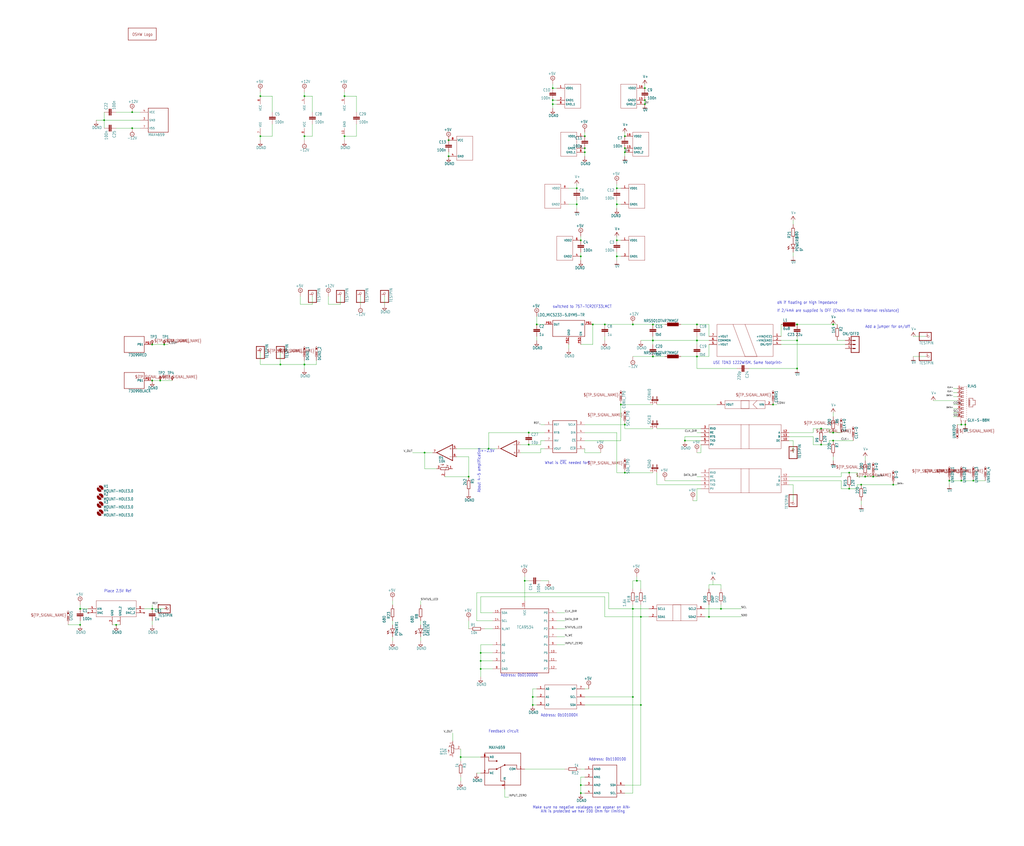
<source format=kicad_sch>
(kicad_sch (version 20230121) (generator eeschema)
  (paper "User" 649.376 536.473)
  (junction (at 528.32 205.74))
  (junction (at 391.16 119.38))
  (junction (at 490.22 256.54))
  (junction (at 350.52 66.04))
  (junction (at 505.46 215.9))
  (junction (at 401.32 441.96))
  (junction (at 457.2 386.08))
  (junction (at 350.52 63.5))
  (junction (at 505.46 205.74))
  (junction (at 609.6 304.8))
  (junction (at 391.16 152.4))
  (junction (at 284.48 99.06))
  (junction (at 340.36 205.74))
  (junction (at 337.82 447.04))
  (junction (at 449.58 391.16))
  (junction (at 370.84 93.98))
  (junction (at 332.74 368.3))
  (junction (at 396.24 86.36))
  (junction (at 441.96 226.06))
  (junction (at 304.8 424.18))
  (junction (at 401.32 205.74))
  (junction (at 566.42 307.34))
  (junction (at 414.02 215.9))
  (junction (at 269.24 287.02))
  (junction (at 434.34 279.4))
  (junction (at 396.24 299.72))
  (junction (at 370.84 86.36))
  (junction (at 368.3 502.92))
  (junction (at 177.8 231.14))
  (junction (at 350.52 55.88))
  (junction (at 396.24 269.24))
  (junction (at 335.28 274.32))
  (junction (at 375.92 205.74))
  (junction (at 50.8 386.08))
  (junction (at 297.18 302.26))
  (junction (at 520.7 281.94))
  (junction (at 193.04 86.36))
  (junction (at 284.48 88.9))
  (junction (at 193.04 60.96))
  (junction (at 218.44 86.36))
  (junction (at 304.8 414.02))
  (junction (at 403.86 368.3))
  (junction (at 383.54 205.74))
  (junction (at 528.32 279.4))
  (junction (at 218.44 60.96))
  (junction (at 408.94 55.88))
  (junction (at 406.4 447.04))
  (junction (at 612.14 269.24))
  (junction (at 441.96 215.9))
  (junction (at 368.3 152.4))
  (junction (at 528.32 274.32))
  (junction (at 104.14 218.44))
  (junction (at 83.82 71.12))
  (junction (at 365.76 119.38))
  (junction (at 165.1 60.96))
  (junction (at 538.48 299.72))
  (junction (at 520.7 271.78))
  (junction (at 309.88 284.48))
  (junction (at 368.3 497.84))
  (junction (at 337.82 441.96))
  (junction (at 101.6 241.3))
  (junction (at 401.32 386.08))
  (junction (at 414.02 226.06))
  (junction (at 441.96 205.74))
  (junction (at 73.66 396.24))
  (junction (at 617.22 304.8))
  (junction (at 393.7 256.54))
  (junction (at 396.24 96.52))
  (junction (at 96.52 386.08))
  (junction (at 538.48 309.88))
  (junction (at 408.94 66.04))
  (junction (at 165.1 86.36))
  (junction (at 406.4 391.16))
  (junction (at 505.46 233.68))
  (junction (at 66.04 76.2))
  (junction (at 414.02 205.74))
  (junction (at 601.98 304.8))
  (junction (at 292.1 480.06))
  (junction (at 370.84 96.52))
  (junction (at 335.28 281.94))
  (junction (at 548.64 302.26))
  (junction (at 553.72 302.26))
  (junction (at 365.76 129.54))
  (junction (at 193.04 231.14))
  (junction (at 304.8 419.1))
  (junction (at 96.52 241.3))
  (junction (at 391.16 129.54))
  (junction (at 50.8 396.24))
  (junction (at 408.94 63.5))
  (junction (at 609.6 269.24))
  (junction (at 546.1 307.34))
  (junction (at 96.52 218.44))
  (junction (at 391.16 162.56))
  (junction (at 368.3 162.56))
  (junction (at 83.82 81.28))
  (junction (at 396.24 93.98))
  (wire (pts (xy 193.04 231.14) (xy 177.8 231.14)) (stroke (width 0.1524)))
  (wire (pts (xy 312.42 408.94) (xy 304.8 408.94)) (stroke (width 0.1524)))
  (wire (pts (xy 396.24 93.98) (xy 396.24 96.52)) (stroke (width 0.1524)))
  (wire (pts (xy 332.74 368.3) (xy 332.74 365.76)) (stroke (width 0.1524)))
  (wire (pts (xy 287.02 469.9) (xy 287.02 464.82)) (stroke (width 0.1524)))
  (wire (pts (xy 533.4 299.72) (xy 538.48 299.72)) (stroke (width 0.1524)))
  (wire (pts (xy 66.04 71.12) (xy 66.04 76.2)) (stroke (width 0.1524)))
  (wire (pts (xy 414.02 218.44) (xy 414.02 215.9)) (stroke (width 0.1524)))
  (wire (pts (xy 543.56 309.88) (xy 543.56 307.34)) (stroke (width 0.1524)))
  (wire (pts (xy 368.3 160.02) (xy 368.3 162.56)) (stroke (width 0.1524)))
  (wire (pts (xy 304.8 408.94) (xy 304.8 414.02)) (stroke (width 0.1524)))
  (wire (pts (xy 500.38 276.86) (xy 515.62 276.86)) (stroke (width 0.1524)))
  (wire (pts (xy 449.58 215.9) (xy 441.96 215.9)) (stroke (width 0.1524)))
  (wire (pts (xy 444.5 304.8) (xy 421.64 304.8)) (stroke (width 0.1524)))
  (wire (pts (xy 335.28 368.3) (xy 332.74 368.3)) (stroke (width 0.1524)))
  (wire (pts (xy 226.06 78.74) (xy 226.06 86.36)) (stroke (width 0.1524)))
  (wire (pts (xy 533.4 302.26) (xy 500.38 302.26)) (stroke (width 0.1524)))
  (wire (pts (xy 449.58 218.44) (xy 449.58 226.06)) (stroke (width 0.1524)))
  (wire (pts (xy 337.82 441.96) (xy 337.82 436.88)) (stroke (width 0.1524)))
  (wire (pts (xy 370.84 287.02) (xy 381 287.02)) (stroke (width 0.1524)))
  (wire (pts (xy 304.8 424.18) (xy 304.8 429.26)) (stroke (width 0.1524)))
  (wire (pts (xy 607.06 251.46) (xy 604.52 251.46)) (stroke (width 0.1524)))
  (wire (pts (xy 401.32 205.74) (xy 383.54 205.74)) (stroke (width 0.1524)))
  (wire (pts (xy 312.42 388.62) (xy 304.8 388.62)) (stroke (width 0.1524)))
  (wire (pts (xy 289.56 284.48) (xy 309.88 284.48)) (stroke (width 0.1524)))
  (wire (pts (xy 248.92 383.54) (xy 248.92 381)) (stroke (width 0.1524)))
  (wire (pts (xy 368.3 162.56) (xy 368.3 165.1)) (stroke (width 0.1524)))
  (wire (pts (xy 302.26 393.7) (xy 312.42 393.7)) (stroke (width 0.1524)))
  (wire (pts (xy 505.46 233.68) (xy 505.46 215.9)) (stroke (width 0.1524)))
  (wire (pts (xy 350.52 63.5) (xy 350.52 66.04)) (stroke (width 0.1524)))
  (wire (pts (xy 340.36 205.74) (xy 340.36 200.66)) (stroke (width 0.1524)))
  (wire (pts (xy 218.44 86.36) (xy 218.44 88.9)) (stroke (width 0.1524)))
  (wire (pts (xy 401.32 386.08) (xy 401.32 441.96)) (stroke (width 0.1524)))
  (wire (pts (xy 406.4 447.04) (xy 370.84 447.04)) (stroke (width 0.1524)))
  (wire (pts (xy 337.82 447.04) (xy 337.82 441.96)) (stroke (width 0.1524)))
  (wire (pts (xy 449.58 205.74) (xy 441.96 205.74)) (stroke (width 0.1524)))
  (wire (pts (xy 386.08 375.92) (xy 302.26 375.92)) (stroke (width 0.1524)))
  (wire (pts (xy 172.72 60.96) (xy 165.1 60.96)) (stroke (width 0.1524)))
  (wire (pts (xy 292.1 480.06) (xy 292.1 482.6)) (stroke (width 0.1524)))
  (wire (pts (xy 386.08 386.08) (xy 386.08 375.92)) (stroke (width 0.1524)))
  (wire (pts (xy 421.64 226.06) (xy 414.02 226.06)) (stroke (width 0.1524)))
  (wire (pts (xy 607.06 256.54) (xy 604.52 256.54)) (stroke (width 0.1524)))
  (wire (pts (xy 88.9 76.2) (xy 66.04 76.2)) (stroke (width 0.1524)))
  (wire (pts (xy 495.3 215.9) (xy 505.46 215.9)) (stroke (width 0.1524)))
  (wire (pts (xy 441.96 226.06) (xy 431.8 226.06)) (stroke (width 0.1524)))
  (wire (pts (xy 444.5 281.94) (xy 444.5 287.02)) (stroke (width 0.1524)))
  (wire (pts (xy 193.04 88.9) (xy 193.04 86.36)) (stroke (width 0.1524)))
  (wire (pts (xy 96.52 393.7) (xy 96.52 396.24)) (stroke (width 0.1524)))
  (wire (pts (xy 444.5 271.78) (xy 416.56 271.78)) (stroke (width 0.1524)))
  (wire (pts (xy 414.02 215.9) (xy 406.4 215.9)) (stroke (width 0.1524)))
  (wire (pts (xy 515.62 281.94) (xy 520.7 281.94)) (stroke (width 0.1524)))
  (wire (pts (xy 266.7 403.86) (xy 266.7 406.4)) (stroke (width 0.1524)))
  (wire (pts (xy 447.04 391.16) (xy 449.58 391.16)) (stroke (width 0.1524)))
  (wire (pts (xy 342.9 287.02) (xy 342.9 284.48)) (stroke (width 0.1524)))
  (wire (pts (xy 365.76 132.08) (xy 365.76 129.54)) (stroke (width 0.1524)))
  (wire (pts (xy 215.9 193.04) (xy 208.28 193.04)) (stroke (width 0.1524)))
  (wire (pts (xy 269.24 287.02) (xy 274.32 287.02)) (stroke (width 0.1524)))
  (wire (pts (xy 226.06 60.96) (xy 226.06 71.12)) (stroke (width 0.1524)))
  (wire (pts (xy 198.12 86.36) (xy 198.12 78.74)) (stroke (width 0.1524)))
  (wire (pts (xy 190.5 187.96) (xy 190.5 193.04)) (stroke (width 0.1524)))
  (wire (pts (xy 607.06 261.62) (xy 604.52 261.62)) (stroke (width 0.1524)))
  (wire (pts (xy 609.6 269.24) (xy 607.06 269.24)) (stroke (width 0.1524)))
  (wire (pts (xy 198.12 71.12) (xy 198.12 60.96)) (stroke (width 0.1524)))
  (wire (pts (xy 396.24 96.52) (xy 396.24 99.06)) (stroke (width 0.1524)))
  (wire (pts (xy 370.84 99.06) (xy 370.84 96.52)) (stroke (width 0.1524)))
  (wire (pts (xy 490.22 256.54) (xy 492.76 256.54)) (stroke (width 0.1524)))
  (wire (pts (xy 292.1 474.98) (xy 292.1 480.06)) (stroke (width 0.1524)))
  (wire (pts (xy 452.12 370.84) (xy 457.2 370.84)) (stroke (width 0.1524)))
  (wire (pts (xy 441.96 213.36) (xy 441.96 215.9)) (stroke (width 0.1524)))
  (wire (pts (xy 309.88 284.48) (xy 314.96 284.48)) (stroke (width 0.1524)))
  (wire (pts (xy 406.4 391.16) (xy 383.54 391.16)) (stroke (width 0.1524)))
  (wire (pts (xy 441.96 233.68) (xy 441.96 226.06)) (stroke (width 0.1524)))
  (wire (pts (xy 528.32 279.4) (xy 541.02 279.4)) (stroke (width 0.1524)))
  (wire (pts (xy 292.1 495.3) (xy 292.1 492.76)) (stroke (width 0.1524)))
  (wire (pts (xy 307.34 398.78) (xy 312.42 398.78)) (stroke (width 0.1524)))
  (wire (pts (xy 198.12 60.96) (xy 193.04 60.96)) (stroke (width 0.1524)))
  (wire (pts (xy 289.56 289.56) (xy 297.18 289.56)) (stroke (width 0.1524)))
  (wire (pts (xy 533.4 304.8) (xy 533.4 309.88)) (stroke (width 0.1524)))
  (wire (pts (xy 444.5 279.4) (xy 434.34 279.4)) (stroke (width 0.1524)))
  (wire (pts (xy 393.7 129.54) (xy 391.16 129.54)) (stroke (width 0.1524)))
  (wire (pts (xy 345.44 274.32) (xy 335.28 274.32)) (stroke (width 0.1524)))
  (wire (pts (xy 312.42 424.18) (xy 304.8 424.18)) (stroke (width 0.1524)))
  (wire (pts (xy 607.06 264.16) (xy 604.52 264.16)) (stroke (width 0.1524)))
  (wire (pts (xy 360.68 129.54) (xy 365.76 129.54)) (stroke (width 0.1524)))
  (wire (pts (xy 502.92 317.5) (xy 502.92 307.34)) (stroke (width 0.1524)))
  (wire (pts (xy 586.74 213.36) (xy 579.12 213.36)) (stroke (width 0.1524)))
  (wire (pts (xy 396.24 497.84) (xy 406.4 497.84)) (stroke (width 0.1524)))
  (wire (pts (xy 414.02 226.06) (xy 401.32 226.06)) (stroke (width 0.1524)))
  (wire (pts (xy 528.32 261.62) (xy 528.32 264.16)) (stroke (width 0.1524)))
  (wire (pts (xy 449.58 226.06) (xy 441.96 226.06)) (stroke (width 0.1524)))
  (wire (pts (xy 612.14 269.24) (xy 609.6 269.24)) (stroke (width 0.1524)))
  (wire (pts (xy 403.86 368.3) (xy 403.86 365.76)) (stroke (width 0.1524)))
  (wire (pts (xy 370.84 497.84) (xy 368.3 497.84)) (stroke (width 0.1524)))
  (wire (pts (xy 312.42 414.02) (xy 304.8 414.02)) (stroke (width 0.1524)))
  (wire (pts (xy 370.84 83.82) (xy 370.84 86.36)) (stroke (width 0.1524)))
  (wire (pts (xy 457.2 370.84) (xy 457.2 373.38)) (stroke (width 0.1524)))
  (wire (pts (xy 607.06 248.92) (xy 604.52 248.92)) (stroke (width 0.1524)))
  (wire (pts (xy 586.74 226.06) (xy 579.12 226.06)) (stroke (width 0.1524)))
  (wire (pts (xy 474.98 233.68) (xy 505.46 233.68)) (stroke (width 0.1524)))
  (wire (pts (xy 340.36 441.96) (xy 337.82 441.96)) (stroke (width 0.1524)))
  (wire (pts (xy 309.88 274.32) (xy 309.88 284.48)) (stroke (width 0.1524)))
  (wire (pts (xy 543.56 307.34) (xy 546.1 307.34)) (stroke (width 0.1524)))
  (wire (pts (xy 198.12 193.04) (xy 198.12 187.96)) (stroke (width 0.1524)))
  (wire (pts (xy 444.5 276.86) (xy 434.34 276.86)) (stroke (width 0.1524)))
  (wire (pts (xy 91.44 386.08) (xy 96.52 386.08)) (stroke (width 0.1524)))
  (wire (pts (xy 83.82 81.28) (xy 88.9 81.28)) (stroke (width 0.1524)))
  (wire (pts (xy 601.98 304.8) (xy 601.98 307.34)) (stroke (width 0.1524)))
  (wire (pts (xy 406.4 391.16) (xy 406.4 447.04)) (stroke (width 0.1524)))
  (wire (pts (xy 350.52 53.34) (xy 350.52 55.88)) (stroke (width 0.1524)))
  (wire (pts (xy 500.38 304.8) (xy 533.4 304.8)) (stroke (width 0.1524)))
  (wire (pts (xy 304.8 490.22) (xy 302.26 490.22)) (stroke (width 0.1524)))
  (wire (pts (xy 304.8 414.02) (xy 304.8 419.1)) (stroke (width 0.1524)))
  (wire (pts (xy 383.54 378.46) (xy 383.54 391.16)) (stroke (width 0.1524)))
  (wire (pts (xy 500.38 274.32) (xy 515.62 274.32)) (stroke (width 0.1524)))
  (wire (pts (xy 449.58 391.16) (xy 469.9 391.16)) (stroke (width 0.1524)))
  (wire (pts (xy 520.7 271.78) (xy 525.78 271.78)) (stroke (width 0.1524)))
  (wire (pts (xy 226.06 86.36) (xy 218.44 86.36)) (stroke (width 0.1524)))
  (wire (pts (xy 193.04 228.6) (xy 193.04 231.14)) (stroke (width 0.1524)))
  (wire (pts (xy 55.88 386.08) (xy 50.8 386.08)) (stroke (width 0.1524)))
  (wire (pts (xy 502.92 287.02) (xy 502.92 279.4)) (stroke (width 0.1524)))
  (wire (pts (xy 304.8 378.46) (xy 383.54 378.46)) (stroke (width 0.1524)))
  (wire (pts (xy 515.62 274.32) (xy 515.62 271.78)) (stroke (width 0.1524)))
  (wire (pts (xy 421.64 205.74) (xy 414.02 205.74)) (stroke (width 0.1524)))
  (wire (pts (xy 434.34 276.86) (xy 434.34 279.4)) (stroke (width 0.1524)))
  (wire (pts (xy 218.44 60.96) (xy 218.44 58.42)) (stroke (width 0.1524)))
  (wire (pts (xy 406.4 391.16) (xy 411.48 391.16)) (stroke (width 0.1524)))
  (wire (pts (xy 449.58 383.54) (xy 449.58 391.16)) (stroke (width 0.1524)))
  (wire (pts (xy 396.24 271.78) (xy 396.24 269.24)) (stroke (width 0.1524)))
  (wire (pts (xy 391.16 119.38) (xy 391.16 116.84)) (stroke (width 0.1524)))
  (wire (pts (xy 391.16 162.56) (xy 393.7 162.56)) (stroke (width 0.1524)))
  (wire (pts (xy 502.92 307.34) (xy 500.38 307.34)) (stroke (width 0.1524)))
  (wire (pts (xy 165.1 231.14) (xy 165.1 223.52)) (stroke (width 0.1524)))
  (wire (pts (xy 248.92 406.4) (xy 248.92 403.86)) (stroke (width 0.1524)))
  (wire (pts (xy 533.4 302.26) (xy 533.4 299.72)) (stroke (width 0.1524)))
  (wire (pts (xy 353.06 408.94) (xy 358.14 408.94)) (stroke (width 0.1524)))
  (wire (pts (xy 109.22 241.3) (xy 101.6 241.3)) (stroke (width 0.1524)))
  (wire (pts (xy 449.58 370.84) (xy 452.12 370.84)) (stroke (width 0.1524)))
  (wire (pts (xy 276.86 297.18) (xy 269.24 297.18)) (stroke (width 0.1524)))
  (wire (pts (xy 566.42 307.34) (xy 568.96 307.34)) (stroke (width 0.1524)))
  (wire (pts (xy 365.76 129.54) (xy 365.76 127)) (stroke (width 0.1524)))
  (wire (pts (xy 502.92 139.7) (xy 502.92 142.24)) (stroke (width 0.1524)))
  (wire (pts (xy 353.06 398.78) (xy 358.14 398.78)) (stroke (width 0.1524)))
  (wire (pts (xy 535.94 215.9) (xy 530.86 215.9)) (stroke (width 0.1524)))
  (wire (pts (xy 172.72 78.74) (xy 172.72 86.36)) (stroke (width 0.1524)))
  (wire (pts (xy 360.68 119.38) (xy 365.76 119.38)) (stroke (width 0.1524)))
  (wire (pts (xy 454.66 256.54) (xy 416.56 256.54)) (stroke (width 0.1524)))
  (wire (pts (xy 467.36 233.68) (xy 441.96 233.68)) (stroke (width 0.1524)))
  (wire (pts (xy 269.24 297.18) (xy 269.24 287.02)) (stroke (width 0.1524)))
  (wire (pts (xy 215.9 187.96) (xy 215.9 193.04)) (stroke (width 0.1524)))
  (wire (pts (xy 350.52 66.04) (xy 350.52 68.58)) (stroke (width 0.1524)))
  (wire (pts (xy 281.94 302.26) (xy 297.18 302.26)) (stroke (width 0.1524)))
  (wire (pts (xy 193.04 58.42) (xy 193.04 60.96)) (stroke (width 0.1524)))
  (wire (pts (xy 505.46 213.36) (xy 505.46 215.9)) (stroke (width 0.1524)))
  (wire (pts (xy 208.28 193.04) (xy 208.28 187.96)) (stroke (width 0.1524)))
  (wire (pts (xy 553.72 302.26) (xy 556.26 302.26)) (stroke (width 0.1524)))
  (wire (pts (xy 447.04 386.08) (xy 457.2 386.08)) (stroke (width 0.1524)))
  (wire (pts (xy 414.02 271.78) (xy 396.24 271.78)) (stroke (width 0.1524)))
  (wire (pts (xy 525.78 279.4) (xy 528.32 279.4)) (stroke (width 0.1524)))
  (wire (pts (xy 365.76 119.38) (xy 365.76 116.84)) (stroke (width 0.1524)))
  (wire (pts (xy 353.06 55.88) (xy 350.52 55.88)) (stroke (width 0.1524)))
  (wire (pts (xy 393.7 152.4) (xy 391.16 152.4)) (stroke (width 0.1524)))
  (wire (pts (xy 368.3 218.44) (xy 375.92 218.44)) (stroke (width 0.1524)))
  (wire (pts (xy 370.84 487.68) (xy 368.3 487.68)) (stroke (width 0.1524)))
  (wire (pts (xy 73.66 396.24) (xy 71.12 396.24)) (stroke (width 0.1524)))
  (wire (pts (xy 449.58 213.36) (xy 449.58 205.74)) (stroke (width 0.1524)))
  (wire (pts (xy 297.18 289.56) (xy 297.18 302.26)) (stroke (width 0.1524)))
  (wire (pts (xy 370.84 269.24) (xy 396.24 269.24)) (stroke (width 0.1524)))
  (wire (pts (xy 320.04 500.38) (xy 320.04 505.46)) (stroke (width 0.1524)))
  (wire (pts (xy 401.32 386.08) (xy 386.08 386.08)) (stroke (width 0.1524)))
  (wire (pts (xy 335.28 274.32) (xy 309.88 274.32)) (stroke (width 0.1524)))
  (wire (pts (xy 350.52 63.5) (xy 353.06 63.5)) (stroke (width 0.1524)))
  (wire (pts (xy 304.8 388.62) (xy 304.8 378.46)) (stroke (width 0.1524)))
  (wire (pts (xy 370.84 274.32) (xy 391.16 274.32)) (stroke (width 0.1524)))
  (wire (pts (xy 218.44 60.96) (xy 226.06 60.96)) (stroke (width 0.1524)))
  (wire (pts (xy 200.66 231.14) (xy 193.04 231.14)) (stroke (width 0.1524)))
  (wire (pts (xy 43.18 396.24) (xy 50.8 396.24)) (stroke (width 0.1524)))
  (wire (pts (xy 396.24 299.72) (xy 391.16 299.72)) (stroke (width 0.1524)))
  (wire (pts (xy 76.2 396.24) (xy 73.66 396.24)) (stroke (width 0.1524)))
  (wire (pts (xy 406.4 373.38) (xy 406.4 368.3)) (stroke (width 0.1524)))
  (wire (pts (xy 520.7 281.94) (xy 525.78 281.94)) (stroke (width 0.1524)))
  (wire (pts (xy 302.26 375.92) (xy 302.26 393.7)) (stroke (width 0.1524)))
  (wire (pts (xy 408.94 53.34) (xy 408.94 55.88)) (stroke (width 0.1524)))
  (wire (pts (xy 297.18 398.78) (xy 297.18 393.7)) (stroke (width 0.1524)))
  (wire (pts (xy 190.5 193.04) (xy 198.12 193.04)) (stroke (width 0.1524)))
  (wire (pts (xy 243.84 193.04) (xy 243.84 187.96)) (stroke (width 0.1524)))
  (wire (pts (xy 406.4 497.84) (xy 406.4 447.04)) (stroke (width 0.1524)))
  (wire (pts (xy 66.04 81.28) (xy 66.04 76.2)) (stroke (width 0.1524)))
  (wire (pts (xy 335.28 281.94) (xy 342.9 281.94)) (stroke (width 0.1524)))
  (wire (pts (xy 342.9 279.4) (xy 345.44 279.4)) (stroke (width 0.1524)))
  (wire (pts (xy 393.7 279.4) (xy 393.7 256.54)) (stroke (width 0.1524)))
  (wire (pts (xy 228.6 187.96) (xy 228.6 193.04)) (stroke (width 0.1524)))
  (wire (pts (xy 538.48 299.72) (xy 543.56 299.72)) (stroke (width 0.1524)))
  (wire (pts (xy 502.92 160.02) (xy 502.92 162.56)) (stroke (width 0.1524)))
  (wire (pts (xy 401.32 386.08) (xy 411.48 386.08)) (stroke (width 0.1524)))
  (wire (pts (xy 408.94 63.5) (xy 408.94 66.04)) (stroke (width 0.1524)))
  (wire (pts (xy 391.16 162.56) (xy 391.16 165.1)) (stroke (width 0.1524)))
  (wire (pts (xy 96.52 386.08) (xy 96.52 383.54)) (stroke (width 0.1524)))
  (wire (pts (xy 248.92 393.7) (xy 248.92 396.24)) (stroke (width 0.1524)))
  (wire (pts (xy 444.5 287.02) (xy 441.96 287.02)) (stroke (width 0.1524)))
  (wire (pts (xy 172.72 71.12) (xy 172.72 60.96)) (stroke (width 0.1524)))
  (wire (pts (xy 304.8 480.06) (xy 292.1 480.06)) (stroke (width 0.1524)))
  (wire (pts (xy 406.4 368.3) (xy 403.86 368.3)) (stroke (width 0.1524)))
  (wire (pts (xy 269.24 287.02) (xy 261.62 287.02)) (stroke (width 0.1524)))
  (wire (pts (xy 444.5 274.32) (xy 441.96 274.32)) (stroke (width 0.1524)))
  (wire (pts (xy 266.7 383.54) (xy 266.7 381)) (stroke (width 0.1524)))
  (wire (pts (xy 401.32 373.38) (xy 401.32 368.3)) (stroke (width 0.1524)))
  (wire (pts (xy 441.96 215.9) (xy 414.02 215.9)) (stroke (width 0.1524)))
  (wire (pts (xy 601.98 304.8) (xy 609.6 304.8)) (stroke (width 0.1524)))
  (wire (pts (xy 360.68 218.44) (xy 360.68 220.98)) (stroke (width 0.1524)))
  (wire (pts (xy 414.02 213.36) (xy 414.02 215.9)) (stroke (width 0.1524)))
  (wire (pts (xy 607.06 254) (xy 591.82 254)) (stroke (width 0.1524)))
  (wire (pts (xy 391.16 132.08) (xy 391.16 129.54)) (stroke (width 0.1524)))
  (wire (pts (xy 73.66 71.12) (xy 83.82 71.12)) (stroke (width 0.1524)))
  (wire (pts (xy 370.84 93.98) (xy 370.84 96.52)) (stroke (width 0.1524)))
  (wire (pts (xy 548.64 289.56) (xy 548.64 292.1)) (stroke (width 0.1524)))
  (wire (pts (xy 370.84 436.88) (xy 373.38 436.88)) (stroke (width 0.1524)))
  (wire (pts (xy 358.14 487.68) (xy 332.74 487.68)) (stroke (width 0.1524)))
  (wire (pts (xy 528.32 292.1) (xy 528.32 289.56)) (stroke (width 0.1524)))
  (wire (pts (xy 543.56 302.26) (xy 548.64 302.26)) (stroke (width 0.1524)))
  (wire (pts (xy 370.84 284.48) (xy 370.84 287.02)) (stroke (width 0.1524)))
  (wire (pts (xy 607.06 246.38) (xy 604.52 246.38)) (stroke (width 0.1524)))
  (wire (pts (xy 401.32 441.96) (xy 370.84 441.96)) (stroke (width 0.1524)))
  (wire (pts (xy 83.82 71.12) (xy 88.9 71.12)) (stroke (width 0.1524)))
  (wire (pts (xy 391.16 274.32) (xy 391.16 299.72)) (stroke (width 0.1524)))
  (wire (pts (xy 444.5 302.26) (xy 441.96 302.26)) (stroke (width 0.1524)))
  (wire (pts (xy 340.36 436.88) (xy 337.82 436.88)) (stroke (width 0.1524)))
  (wire (pts (xy 368.3 502.92) (xy 368.3 497.84)) (stroke (width 0.1524)))
  (wire (pts (xy 345.44 269.24) (xy 342.9 269.24)) (stroke (width 0.1524)))
  (wire (pts (xy 370.84 502.92) (xy 368.3 502.92)) (stroke (width 0.1524)))
  (wire (pts (xy 375.92 205.74) (xy 383.54 205.74)) (stroke (width 0.1524)))
  (wire (pts (xy 449.58 373.38) (xy 449.58 370.84)) (stroke (width 0.1524)))
  (wire (pts (xy 50.8 396.24) (xy 50.8 393.7)) (stroke (width 0.1524)))
  (wire (pts (xy 452.12 370.84) (xy 452.12 368.3)) (stroke (width 0.1524)))
  (wire (pts (xy 383.54 215.9) (xy 383.54 213.36)) (stroke (width 0.1524)))
  (wire (pts (xy 416.56 299.72) (xy 416.56 307.34)) (stroke (width 0.1524)))
  (wire (pts (xy 368.3 149.86) (xy 368.3 152.4)) (stroke (width 0.1524)))
  (wire (pts (xy 533.4 309.88) (xy 538.48 309.88)) (stroke (width 0.1524)))
  (wire (pts (xy 416.56 307.34) (xy 444.5 307.34)) (stroke (width 0.1524)))
  (wire (pts (xy 96.52 218.44) (xy 104.14 218.44)) (stroke (width 0.1524)))
  (wire (pts (xy 528.32 205.74) (xy 505.46 205.74)) (stroke (width 0.1524)))
  (wire (pts (xy 96.52 241.3) (xy 101.6 241.3)) (stroke (width 0.1524)))
  (wire (pts (xy 515.62 271.78) (xy 520.7 271.78)) (stroke (width 0.1524)))
  (wire (pts (xy 353.06 403.86) (xy 358.14 403.86)) (stroke (width 0.1524)))
  (wire (pts (xy 525.78 274.32) (xy 528.32 274.32)) (stroke (width 0.1524)))
  (wire (pts (xy 370.84 279.4) (xy 393.7 279.4)) (stroke (width 0.1524)))
  (wire (pts (xy 391.16 149.86) (xy 391.16 152.4)) (stroke (width 0.1524)))
  (wire (pts (xy 353.06 388.62) (xy 358.14 388.62)) (stroke (width 0.1524)))
  (wire (pts (xy 538.48 309.88) (xy 543.56 309.88)) (stroke (width 0.1524)))
  (wire (pts (xy 304.8 419.1) (xy 304.8 424.18)) (stroke (width 0.1524)))
  (wire (pts (xy 401.32 502.92) (xy 401.32 441.96)) (stroke (width 0.1524)))
  (wire (pts (xy 165.1 58.42) (xy 165.1 60.96)) (stroke (width 0.1524)))
  (wire (pts (xy 406.4 391.16) (xy 406.4 383.54)) (stroke (width 0.1524)))
  (wire (pts (xy 457.2 383.54) (xy 457.2 386.08)) (stroke (width 0.1524)))
  (wire (pts (xy 441.96 205.74) (xy 431.8 205.74)) (stroke (width 0.1524)))
  (wire (pts (xy 345.44 205.74) (xy 340.36 205.74)) (stroke (width 0.1524)))
  (wire (pts (xy 104.14 218.44) (xy 106.68 218.44)) (stroke (width 0.1524)))
  (wire (pts (xy 312.42 419.1) (xy 304.8 419.1)) (stroke (width 0.1524)))
  (wire (pts (xy 444.5 309.88) (xy 441.96 309.88)) (stroke (width 0.1524)))
  (wire (pts (xy 330.2 287.02) (xy 342.9 287.02)) (stroke (width 0.1524)))
  (wire (pts (xy 414.02 299.72) (xy 396.24 299.72)) (stroke (width 0.1524)))
  (wire (pts (xy 172.72 86.36) (xy 165.1 86.36)) (stroke (width 0.1524)))
  (wire (pts (xy 530.86 205.74) (xy 528.32 205.74)) (stroke (width 0.1524)))
  (wire (pts (xy 73.66 81.28) (xy 83.82 81.28)) (stroke (width 0.1524)))
  (wire (pts (xy 403.86 368.3) (xy 401.32 368.3)) (stroke (width 0.1524)))
  (wire (pts (xy 342.9 281.94) (xy 342.9 279.4)) (stroke (width 0.1524)))
  (wire (pts (xy 330.2 281.94) (xy 335.28 281.94)) (stroke (width 0.1524)))
  (wire (pts (xy 266.7 393.7) (xy 266.7 396.24)) (stroke (width 0.1524)))
  (wire (pts (xy 525.78 271.78) (xy 525.78 274.32)) (stroke (width 0.1524)))
  (wire (pts (xy 495.3 205.74) (xy 495.3 213.36)) (stroke (width 0.1524)))
  (wire (pts (xy 401.32 386.08) (xy 401.32 383.54)) (stroke (width 0.1524)))
  (wire (pts (xy 515.62 276.86) (xy 515.62 281.94)) (stroke (width 0.1524)))
  (wire (pts (xy 546.1 307.34) (xy 566.42 307.34)) (stroke (width 0.1524)))
  (wire (pts (xy 500.38 279.4) (xy 502.92 279.4)) (stroke (width 0.1524)))
  (wire (pts (xy 177.8 223.52) (xy 177.8 231.14)) (stroke (width 0.1524)))
  (wire (pts (xy 353.06 66.04) (xy 350.52 66.04)) (stroke (width 0.1524)))
  (wire (pts (xy 342.9 368.3) (xy 347.98 368.3)) (stroke (width 0.1524)))
  (wire (pts (xy 548.64 302.26) (xy 553.72 302.26)) (stroke (width 0.1524)))
  (wire (pts (xy 320.04 505.46) (xy 322.58 505.46)) (stroke (width 0.1524)))
  (wire (pts (xy 284.48 96.52) (xy 284.48 99.06)) (stroke (width 0.1524)))
  (wire (pts (xy 332.74 381) (xy 332.74 368.3)) (stroke (width 0.1524)))
  (wire (pts (xy 104.14 386.08) (xy 96.52 386.08)) (stroke (width 0.1524)))
  (wire (pts (xy 391.16 129.54) (xy 391.16 127)) (stroke (width 0.1524)))
  (wire (pts (xy 193.04 231.14) (xy 193.04 233.68)) (stroke (width 0.1524)))
  (wire (pts (xy 414.02 205.74) (xy 401.32 205.74)) (stroke (width 0.1524)))
  (wire (pts (xy 617.22 304.8) (xy 609.6 304.8)) (stroke (width 0.1524)))
  (wire (pts (xy 543.56 299.72) (xy 543.56 302.26)) (stroke (width 0.1524)))
  (wire (pts (xy 396.24 502.92) (xy 401.32 502.92)) (stroke (width 0.1524)))
  (wire (pts (xy 340.36 447.04) (xy 337.82 447.04)) (stroke (width 0.1524)))
  (wire (pts (xy 66.04 76.2) (xy 60.96 76.2)) (stroke (width 0.1524)))
  (wire (pts (xy 546.1 320.04) (xy 546.1 317.5)) (stroke (width 0.1524)))
  (wire (pts (xy 340.36 215.9) (xy 340.36 213.36)) (stroke (width 0.1524)))
  (wire (pts (xy 193.04 86.36) (xy 198.12 86.36)) (stroke (width 0.1524)))
  (wire (pts (xy 393.7 256.54) (xy 414.02 256.54)) (stroke (width 0.1524)))
  (wire (pts (xy 535.94 218.44) (xy 495.3 218.44)) (stroke (width 0.1524)))
  (wire (pts (xy 50.8 383.54) (xy 50.8 386.08)) (stroke (width 0.1524)))
  (wire (pts (xy 528.32 274.32) (xy 533.4 274.32)) (stroke (width 0.1524)))
  (wire (pts (xy 607.06 259.08) (xy 604.52 259.08)) (stroke (width 0.1524)))
  (wire (pts (xy 375.92 218.44) (xy 375.92 205.74)) (stroke (width 0.1524)))
  (wire (pts (xy 177.8 231.14) (xy 165.1 231.14)) (stroke (width 0.1524)))
  (wire (pts (xy 396.24 83.82) (xy 396.24 86.36)) (stroke (width 0.1524)))
  (wire (pts (xy 342.9 284.48) (xy 345.44 284.48)) (stroke (width 0.1524)))
  (wire (pts (xy 368.3 492.76) (xy 370.84 492.76)) (stroke (width 0.1524)))
  (wire (pts (xy 441.96 218.44) (xy 441.96 215.9)) (stroke (width 0.1524)))
  (wire (pts (xy 441.96 317.5) (xy 439.42 317.5)) (stroke (width 0.1524)))
  (wire (pts (xy 165.1 86.36) (xy 165.1 88.9)) (stroke (width 0.1524)))
  (wire (pts (xy 617.22 304.8) (xy 624.84 304.8)) (stroke (width 0.1524)))
  (wire (pts (xy 200.66 228.6) (xy 200.66 231.14)) (stroke (width 0.1524)))
  (wire (pts (xy 525.78 281.94) (xy 525.78 279.4)) (stroke (width 0.1524)))
  (wire (pts (xy 457.2 386.08) (xy 469.9 386.08)) (stroke (width 0.1524)))
  (wire (pts (xy 393.7 119.38) (xy 391.16 119.38)) (stroke (width 0.1524)))
  (wire (pts (xy 391.16 160.02) (xy 391.16 162.56)) (stroke (width 0.1524)))
  (wire (pts (xy 353.06 393.7) (xy 358.14 393.7)) (stroke (width 0.1524)))
  (wire (pts (xy 441.96 309.88) (xy 441.96 317.5)) (stroke (width 0.1524)))
  (wire (pts (xy 368.3 497.84) (xy 368.3 492.76)) (stroke (width 0.1524)))
  (text "Address: 0b1100100" (at 373.38 482.6 0) (effects (font (size 1.778 1.5113)) (justify left bottom)))
  (text "USE TDN3 1222WISM. Same footprint~~{}" (at 452.12 231.14 0) (effects (font (size 1.778 1.5113)) (justify left bottom)))
  (text "Place 2.5V Ref" (at 66.04 375.92 0) (effects (font (size 1.778 1.5113)) (justify left bottom)))
  (text "About 4-5 amplification" (at 304.8 312.42 90) (effects (font (size 1.778 1.5113)) (justify left bottom)))
  (text "switched to 757-TCR2EF33LMCT" (at 350.52 195.58 0) (effects (font (size 1.778 1.5113)) (justify left bottom)))
  (text "If 2/4mA are supplied is OFF (Check first the internal resistance)" (at 492.76 198.12 0) (effects (font (size 1.778 1.5113)) (justify left bottom)))
  (text "AIN is protected we hav 100 Ohm for limiting" (at 342.9 515.62 0) (effects (font (size 1.778 1.5113)) (justify left bottom)))
  (text "What is ~{CRL} needed for?" (at 345.44 294.64 0) (effects (font (size 1.778 1.5113)) (justify left bottom)))
  (text "Make sure no negative volatages can appear on AIN~" (at 337.82 513.08 0) (effects (font (size 1.778 1.5113)) (justify left bottom)))
  (text "Address: 0b0100000" (at 317.5 429.26 0) (effects (font (size 1.778 1.5113)) (justify left bottom)))
  (text "Add a jumper for on/off" (at 548.64 208.28 0) (effects (font (size 1.778 1.5113)) (justify left bottom)))
  (text "oN if floating or high impedance" (at 492.76 193.04 0) (effects (font (size 1.778 1.5113)) (justify left bottom)))
  (text "+-2.5V" (at 304.8 287.02 0) (effects (font (size 1.778 1.5113)) (justify left bottom)))
  (text "Feedback circuit" (at 309.88 464.82 0) (effects (font (size 1.778 1.5113)) (justify left bottom)))
  (text "Address: 0b101000X" (at 342.9 454.66 0) (effects (font (size 1.778 1.5113)) (justify left bottom)))
  (label "CONV" (at 492.76 256.54 0) (effects (font (size 1.2446 1.2446))))
  (label "SCL" (at 469.9 386.08 0) (effects (font (size 1.2446 1.2446))))
  (label "V_OUT" (at 261.62 287.02 180) (effects (font (size 1.2446 1.2446))))
  (label "N_WE" (at 358.14 403.86 0) (effects (font (size 1.2446 1.2446))))
  (label "SCL" (at 604.52 261.62 0) (effects (font (size 1.2446 1.2446))))
  (label "STATUS_LED" (at 266.7 381 0) (effects (font (size 1.2446 1.2446))))
  (label "DATA_DIR" (at 358.14 393.7 0) (effects (font (size 1.2446 1.2446))))
  (label "0V" (at 396.24 96.52 0) (effects (font (size 1.2446 1.2446))))
  (label "DATA+" (at 604.52 259.08 180) (effects (font (size 0.889 0.889))))
  (label "CONV" (at 604.52 256.54 0) (effects (font (size 1.2446 1.2446))))
  (label "DATA-" (at 568.96 307.34 0) (effects (font (size 0.889 0.889))))
  (label "CLK+" (at 533.4 274.32 0) (effects (font (size 1.2446 1.2446))))
  (label "DATA-" (at 604.52 251.46 180) (effects (font (size 0.889 0.889))))
  (label "INPUT_ZERO" (at 358.14 408.94 0) (effects (font (size 1.2446 1.2446))))
  (label "CLK_DIR" (at 441.96 274.32 180) (effects (font (size 1.2446 1.2446))))
  (label "INPUT_ZERO" (at 322.58 505.46 0) (effects (font (size 1.2446 1.2446))))
  (label "CLK_DIR" (at 358.14 388.62 0) (effects (font (size 1.2446 1.2446))))
  (label "V_OUT" (at 106.68 218.44 0) (effects (font (size 1.2446 1.2446))))
  (label "STATUS_LED" (at 358.14 398.78 0) (effects (font (size 1.2446 1.2446))))
  (label "DATA_DIR" (at 441.96 302.26 180) (effects (font (size 1.2446 1.2446))))
  (label "REF_" (at 342.9 269.24 180) (effects (font (size 1.2446 1.2446))))
  (label "SDO" (at 604.52 264.16 0) (effects (font (size 1.2446 1.2446))))
  (label "CLK-" (at 604.52 248.92 180) (effects (font (size 0.889 0.889))))
  (label "DATA+" (at 556.26 302.26 0) (effects (font (size 0.889 0.889))))
  (label "V_OUT" (at 287.02 464.82 180) (effects (font (size 1.2446 1.2446))))
  (label "0V" (at 408.94 66.04 0) (effects (font (size 1.2446 1.2446))))
  (label "REF_" (at 96.52 383.54 0) (effects (font (size 1.2446 1.2446))))
  (label "CLK-" (at 533.4 279.4 0) (effects (font (size 1.2446 1.2446))))
  (label "SDO" (at 469.9 391.16 0) (effects (font (size 1.2446 1.2446))))
  (label "CLK+" (at 604.52 246.38 180) (effects (font (size 0.889 0.889))))
  (symbol (lib_id "analog-out-eagle-import:NRS5010T4R7MMGF") (at 426.72 205.74 90) (unit 1)
    (property "Reference" "U$8" (effects hide))
    (property "Value" "NRS5010T4R7MMGF" (at 430.53 202.438 90) (effects (font (size 1.778 1.5113)) (justify left bottom)))
    (property "Footprint" "analog-out:L5038P" (effects hide))
  )
  (symbol (lib_id "analog-out-eagle-import:MAX4659") (at 96.52 76.2 0) (unit 2)
    (property "Reference" "U$11" (effects hide))
    (property "Value" "MAX4659" (at 93.98 86.36 0) (effects (font (size 1.778 1.5113)) (justify left bottom)))
    (property "Footprint" "analog-out:UMAX8" (effects hide))
    (property "MOUSER" "700-MAX4659EUA" (effects hide))
  )
  (symbol (lib_id "analog-out-eagle-import:+5V") (at 441.96 284.48 0) (mirror y) (unit 1)
    (property "Reference" "#SUPPLY70" (effects hide))
    (property "Value" "+5V" (at 443.865 281.305 0) (effects (font (size 1.778 1.5113)) (justify left bottom)))
  )
  (symbol (lib_id "analog-out-eagle-import:DGND") (at 73.66 398.78 0) (unit 1)
    (property "Reference" "#SUPPLY49" (effects hide))
    (property "Value" "DGND" (at 70.993 401.955 0) (effects (font (size 1.778 1.5113)) (justify left bottom)))
  )
  (symbol (lib_id "analog-out-eagle-import:+12V") (at 401.32 203.2 0) (unit 1)
    (property "Reference" "#SUPPLY1" (effects hide))
    (property "Value" "+12V" (at 398.78 200.025 0) (effects (font (size 1.778 1.5113)) (justify left bottom)))
  )
  (symbol (lib_id "analog-out-eagle-import:0V") (at 502.92 165.1 0) (unit 1)
    (property "Reference" "#SUPPLY52" (effects hide))
    (property "Value" "0V" (at 501.777 167.132 0) (effects (font (size 1.778 1.5113)) (justify left bottom)))
  )
  (symbol (lib_id "analog-out-eagle-import:PTR1B1,27") (at 193.04 226.06 180) (unit 1)
    (property "Reference" "DGND_1" (at 194.056 219.71 90) (effects (font (size 1.778 1.5113)) (justify left bottom)))
    (property "Value" "PTR1B1,27" (effects hide))
    (property "Footprint" "analog-out:B1,27" (effects hide))
  )
  (symbol (lib_id "analog-out-eagle-import:TESTPIN") (at 106.68 386.08 0) (unit 1)
    (property "Reference" "REF_2.5" (effects hide))
    (property "Value" "TESTPIN" (at 100.33 391.16 0) (effects (font (size 1.778 1.5113)) (justify left bottom)))
    (property "Footprint" "analog-out:1X01" (effects hide))
  )
  (symbol (lib_id "analog-out-eagle-import:TESTPIN") (at 177.8 220.98 90) (unit 1)
    (property "Reference" "DGND_5" (effects hide))
    (property "Value" "TESTPIN" (at 182.88 227.33 0) (effects (font (size 1.778 1.5113)) (justify left bottom)))
    (property "Footprint" "analog-out:1X01" (effects hide))
  )
  (symbol (lib_id "analog-out-eagle-import:ADUM1251WARZ") (at 350.52 124.46 0) (unit 3)
    (property "Reference" "I2C0" (effects hide))
    (property "Value" "ADUM1251WARZ" (effects hide))
    (property "Footprint" "analog-out:R_8_ADI" (effects hide))
    (property "MOUSER" "634-SI8400AB-B-IS" (effects hide))
  )
  (symbol (lib_id "analog-out-eagle-import:V+") (at 408.94 50.8 0) (unit 1)
    (property "Reference" "#SUPPLY31" (effects hide))
    (property "Value" "V+" (at 407.67 49.53 0) (effects (font (size 1.778 1.5113)) (justify left bottom)))
  )
  (symbol (lib_id "analog-out-eagle-import:MOUNT-HOLE3.0") (at 63.5 314.96 0) (unit 1)
    (property "Reference" "H2" (at 65.532 314.3758 0) (effects (font (size 1.778 1.5113)) (justify left bottom)))
    (property "Value" "MOUNT-HOLE3.0" (at 65.532 317.4238 0) (effects (font (size 1.778 1.5113)) (justify left bottom)))
    (property "Footprint" "analog-out:3,0" (effects hide))
  )
  (symbol (lib_id "analog-out-eagle-import:+5V") (at 248.92 378.46 0) (mirror y) (unit 1)
    (property "Reference" "#SUPPLY89" (effects hide))
    (property "Value" "+5V" (at 250.825 375.285 0) (effects (font (size 1.778 1.5113)) (justify left bottom)))
  )
  (symbol (lib_id "analog-out-eagle-import:R-EU_R0805") (at 520.7 276.86 90) (unit 1)
    (property "Reference" "R9" (at 519.2014 280.67 0) (effects (font (size 1.778 1.5113)) (justify left bottom)))
    (property "Value" "120" (at 524.002 280.67 0) (effects (font (size 1.778 1.5113)) (justify left bottom)))
    (property "Footprint" "analog-out:R0805" (effects hide))
    (property "DIGIKEY" "Y1629-120DTR-ND" (effects hide))
  )
  (symbol (lib_id "analog-out-eagle-import:ADA4522-2ARZ-RL") (at 193.04 73.66 180) (unit 3)
    (property "Reference" "U$3" (effects hide))
    (property "Value" "ADA4522-2ARZ-RL" (effects hide))
    (property "Footprint" "analog-out:MSOP8" (effects hide))
  )
  (symbol (lib_id "analog-out-eagle-import:-12V") (at 83.82 83.82 0) (unit 1)
    (property "Reference" "#SUPPLY66" (effects hide))
    (property "Value" "-12V" (at 80.645 88.519 0) (effects (font (size 1.778 1.5113)) (justify left bottom)))
  )
  (symbol (lib_id "analog-out-eagle-import:TESTPIN") (at 502.92 284.48 90) (unit 1)
    (property "Reference" "DE_CLK0" (effects hide))
    (property "Value" "TESTPIN" (at 508 290.83 0) (effects (font (size 1.778 1.5113)) (justify left bottom)))
    (property "Footprint" "analog-out:1X01" (effects hide))
  )
  (symbol (lib_id "analog-out-eagle-import:BR24T1MF-3AM") (at 294.64 93.98 0) (unit 2)
    (property "Reference" "ROHM_I2C0" (effects hide))
    (property "Value" "BR24T1MF-3AM" (effects hide))
    (property "Footprint" "analog-out:BR24T1MFJ-3AM" (effects hide))
    (property "DIGIKEY" "BR24T1MF-3AME2TR-ND" (effects hide))
  )
  (symbol (lib_id "analog-out-eagle-import:0V") (at 391.16 167.64 0) (unit 1)
    (property "Reference" "#SUPPLY5" (effects hide))
    (property "Value" "0V" (at 390.017 169.672 0) (effects (font (size 1.778 1.5113)) (justify left bottom)))
  )
  (symbol (lib_id "analog-out-eagle-import:C-EUC0805K") (at 414.02 220.98 0) (unit 1)
    (property "Reference" "C20" (at 415.544 220.599 0) (effects (font (size 1.778 1.5113)) (justify left bottom)))
    (property "Value" "tbd" (at 415.544 225.679 0) (effects (font (size 1.778 1.5113)) (justify left bottom)))
    (property "Footprint" "analog-out:C0805K" (effects hide))
    (property "DIGIKEY" "478-7962-1-ND" (effects hide))
  )
  (symbol (lib_id "analog-out-eagle-import:DGND") (at 297.18 314.96 0) (unit 1)
    (property "Reference" "#SUPPLY12" (effects hide))
    (property "Value" "DGND" (at 294.513 318.135 0) (effects (font (size 1.778 1.5113)) (justify left bottom)))
  )
  (symbol (lib_id "analog-out-eagle-import:PTR1B1,27") (at 393.7 254 180) (unit 1)
    (property "Reference" "CONV_TP0" (at 394.716 247.65 90) (effects (font (size 1.778 1.5113)) (justify left bottom)))
    (property "Value" "PTR1B1,27" (effects hide))
    (property "Footprint" "analog-out:B1,27" (effects hide))
  )
  (symbol (lib_id "analog-out-eagle-import:DGND") (at 360.68 223.52 0) (unit 1)
    (property "Reference" "#SUPPLY11" (effects hide))
    (property "Value" "DGND" (at 358.013 226.695 0) (effects (font (size 1.778 1.5113)) (justify left bottom)))
  )
  (symbol (lib_id "analog-out-eagle-import:C-EUC1808") (at 472.44 233.68 270) (unit 1)
    (property "Reference" "C24" (at 472.821 235.204 0) (effects (font (size 1.778 1.5113)) (justify left bottom)))
    (property "Value" "220p" (at 467.741 235.204 0) (effects (font (size 1.778 1.5113)) (justify left bottom)))
    (property "Footprint" "analog-out:C1808" (effects hide))
    (property "DIGIKEY" "478-10448-2-ND" (effects hide))
  )
  (symbol (lib_id "analog-out-eagle-import:MOUNT-HOLE3.0") (at 63.5 325.12 0) (unit 1)
    (property "Reference" "H4" (at 65.532 324.5358 0) (effects (font (size 1.778 1.5113)) (justify left bottom)))
    (property "Value" "MOUNT-HOLE3.0" (at 65.532 327.5838 0) (effects (font (size 1.778 1.5113)) (justify left bottom)))
    (property "Footprint" "analog-out:3,0" (effects hide))
  )
  (symbol (lib_id "analog-out-eagle-import:V+") (at 528.32 203.2 0) (unit 1)
    (property "Reference" "#SUPPLY7" (effects hide))
    (property "Value" "V+" (at 527.05 201.93 0) (effects (font (size 1.778 1.5113)) (justify left bottom)))
  )
  (symbol (lib_id "analog-out-eagle-import:+5V") (at 439.42 314.96 0) (mirror y) (unit 1)
    (property "Reference" "#SUPPLY72" (effects hide))
    (property "Value" "+5V" (at 441.325 311.785 0) (effects (font (size 1.778 1.5113)) (justify left bottom)))
  )
  (symbol (lib_id "analog-out-eagle-import:73099RED") (at 86.36 218.44 0) (unit 1)
    (property "Reference" "U$5" (effects hide))
    (property "Value" "73099RED" (at 81.28 226.06 0) (effects (font (size 1.778 1.5113)) (justify left bottom)))
    (property "Footprint" "analog-out:4MM_BANANA" (effects hide))
  )
  (symbol (lib_id "analog-out-eagle-import:C-EUC0805K") (at 408.94 58.42 0) (unit 1)
    (property "Reference" "C9" (at 410.464 58.039 0) (effects (font (size 1.778 1.5113)) (justify left bottom)))
    (property "Value" "100n" (at 410.464 63.119 0) (effects (font (size 1.778 1.5113)) (justify left bottom)))
    (property "Footprint" "analog-out:C0805K" (effects hide))
    (property "DIGIKEY" "478-7962-1-ND" (effects hide))
  )
  (symbol (lib_id "analog-out-eagle-import:+5V") (at 218.44 55.88 0) (mirror y) (unit 1)
    (property "Reference" "#SUPPLY36" (effects hide))
    (property "Value" "+5V" (at 220.345 52.705 0) (effects (font (size 1.778 1.5113)) (justify left bottom)))
  )
  (symbol (lib_id "analog-out-eagle-import:V+") (at 391.16 147.32 0) (unit 1)
    (property "Reference" "#SUPPLY26" (effects hide))
    (property "Value" "V+" (at 389.89 146.05 0) (effects (font (size 1.778 1.5113)) (justify left bottom)))
  )
  (symbol (lib_id "analog-out-eagle-import:C-EUC0805K") (at 337.82 368.3 90) (mirror x) (unit 1)
    (property "Reference" "C14" (at 337.439 369.824 0) (effects (font (size 1.778 1.5113)) (justify left bottom)))
    (property "Value" "100n" (at 342.519 369.824 0) (effects (font (size 1.778 1.5113)) (justify left bottom)))
    (property "Footprint" "analog-out:C0805K" (effects hide))
    (property "DIGIKEY" "478-7962-1-ND" (effects hide))
  )
  (symbol (lib_id "analog-out-eagle-import:C-EUC0805K") (at 370.84 88.9 0) (mirror y) (unit 1)
    (property "Reference" "C11" (at 369.316 88.519 0) (effects (font (size 1.778 1.5113)) (justify left bottom)))
    (property "Value" "100n" (at 369.316 93.599 0) (effects (font (size 1.778 1.5113)) (justify left bottom)))
    (property "Footprint" "analog-out:C0805K" (effects hide))
    (property "DIGIKEY" "478-7962-1-ND" (effects hide))
  )
  (symbol (lib_id "analog-out-eagle-import:R-EU_R0805") (at 297.18 307.34 270) (unit 1)
    (property "Reference" "R5" (at 298.6786 303.53 0) (effects (font (size 1.778 1.5113)) (justify left bottom)))
    (property "Value" "2k2" (at 293.878 303.53 0) (effects (font (size 1.778 1.5113)) (justify left bottom)))
    (property "Footprint" "analog-out:R0805" (effects hide))
    (property "DIGIKEY" "Y1629-120DTR-ND" (effects hide))
  )
  (symbol (lib_id "analog-out-eagle-import:PTR1B1,27") (at 617.22 302.26 180) (unit 1)
    (property "Reference" "UNK0V_3" (at 618.236 295.91 90) (effects (font (size 1.778 1.5113)) (justify left bottom)))
    (property "Value" "PTR1B1,27" (effects hide))
    (property "Footprint" "analog-out:B1,27" (effects hide))
  )
  (symbol (lib_id "analog-out-eagle-import:DGND") (at 391.16 134.62 0) (mirror y) (unit 1)
    (property "Reference" "#SUPPLY18" (effects hide))
    (property "Value" "DGND" (at 393.827 137.795 0) (effects (font (size 1.778 1.5113)) (justify left bottom)))
  )
  (symbol (lib_id "analog-out-eagle-import:C-EUC0805") (at 335.28 276.86 0) (unit 1)
    (property "Reference" "C27" (at 336.804 276.479 0) (effects (font (size 1.778 1.5113)) (justify left bottom)))
    (property "Value" "10p" (at 336.804 281.559 0) (effects (font (size 1.778 1.5113)) (justify left bottom)))
    (property "Footprint" "analog-out:C0805" (effects hide))
    (property "DIGIKEY" "478-7962-1-ND" (effects hide))
    (property "MOUSER" "81-GRM21BZ71E106KE5L " (effects hide))
  )
  (symbol (lib_id "analog-out-eagle-import:TDN_3-1211WI") (at 472.44 215.9 0) (mirror y) (unit 1)
    (property "Reference" "DC-DC_CONVERTER0" (effects hide))
    (property "Value" "TDN_3-1211WI" (effects hide))
    (property "Footprint" "analog-out:TDN3_TRP" (effects hide))
    (property "DIGIKEY" "TDN3-1222WISM-ND" (effects hide))
    (property "MOUSER" "495-TDN3-1222WISM" (effects hide))
  )
  (symbol (lib_id "analog-out-eagle-import:PTR1B1,27") (at 607.06 271.78 0) (unit 1)
    (property "Reference" "UNK0V0" (at 606.044 278.13 90) (effects (font (size 1.778 1.5113)) (justify left bottom)))
    (property "Value" "PTR1B1,27" (effects hide))
    (property "Footprint" "analog-out:B1,27" (effects hide))
  )
  (symbol (lib_id "analog-out-eagle-import:+5V") (at 340.36 198.12 0) (mirror y) (unit 1)
    (property "Reference" "#SUPPLY4" (effects hide))
    (property "Value" "+5V" (at 342.265 194.945 0) (effects (font (size 1.778 1.5113)) (justify left bottom)))
  )
  (symbol (lib_id "analog-out-eagle-import:PTR1B1,27") (at 200.66 226.06 180) (unit 1)
    (property "Reference" "DGND_2" (at 201.676 219.71 90) (effects (font (size 1.778 1.5113)) (justify left bottom)))
    (property "Value" "PTR1B1,27" (effects hide))
    (property "Footprint" "analog-out:B1,27" (effects hide))
  )
  (symbol (lib_id "analog-out-eagle-import:TPSTP20SQ") (at 96.52 215.9 0) (unit 1)
    (property "Reference" "TP3" (at 95.25 214.63 0) (effects (font (size 1.778 1.5113)) (justify left bottom)))
    (property "Value" "TPSTP20SQ" (effects hide))
    (property "Footprint" "analog-out:TP20SQ" (effects hide))
  )
  (symbol (lib_id "analog-out-eagle-import:C-EUC0805") (at 71.12 81.28 270) (unit 1)
    (property "Reference" "C25" (at 71.501 82.804 0) (effects (font (size 1.778 1.5113)) (justify left bottom)))
    (property "Value" "100n" (at 66.421 82.804 0) (effects (font (size 1.778 1.5113)) (justify left bottom)))
    (property "Footprint" "analog-out:C0805" (effects hide))
    (property "DIGIKEY" "478-7962-1-ND" (effects hide))
    (property "MOUSER" "81-GRM21BZ71E106KE5L " (effects hide))
  )
  (symbol (lib_id "analog-out-eagle-import:LTC2642IMS-16") (at 358.14 279.4 0) (unit 1)
    (property "Reference" "U$1" (effects hide))
    (property "Value" "LTC2642IMS-16" (effects hide))
    (property "Footprint" "analog-out:MSOP10" (effects hide))
  )
  (symbol (lib_id "analog-out-eagle-import:MOUNT-HOLE3.0") (at 63.5 320.04 0) (unit 1)
    (property "Reference" "H3" (at 65.532 319.4558 0) (effects (font (size 1.778 1.5113)) (justify left bottom)))
    (property "Value" "MOUNT-HOLE3.0" (at 65.532 322.5038 0) (effects (font (size 1.778 1.5113)) (justify left bottom)))
    (property "Footprint" "analog-out:3,0" (effects hide))
  )
  (symbol (lib_id "analog-out-eagle-import:DGND") (at 383.54 218.44 0) (unit 1)
    (property "Reference" "#SUPPLY45" (effects hide))
    (property "Value" "DGND" (at 380.873 221.615 0) (effects (font (size 1.778 1.5113)) (justify left bottom)))
  )
  (symbol (lib_id "analog-out-eagle-import:NRS5010T4R7MMGF") (at 426.72 226.06 90) (unit 1)
    (property "Reference" "U$9" (effects hide))
    (property "Value" "NRS5010T4R7MMGF" (at 430.53 222.758 90) (effects (font (size 1.778 1.5113)) (justify left bottom)))
    (property "Footprint" "analog-out:L5038P" (effects hide))
  )
  (symbol (lib_id "analog-out-eagle-import:PTR1B1,27") (at 490.22 254 180) (unit 1)
    (property "Reference" "CONV1" (at 491.236 247.65 90) (effects (font (size 1.778 1.5113)) (justify left bottom)))
    (property "Value" "PTR1B1,27" (effects hide))
    (property "Footprint" "analog-out:B1,27" (effects hide))
  )
  (symbol (lib_id "analog-out-eagle-import:R-TRIMMT93YA") (at 287.02 474.98 0) (unit 1)
    (property "Reference" "R11" (at 281.051 478.79 90) (effects (font (size 1.778 1.5113)) (justify left bottom)))
    (property "Value" "10k" (at 283.21 478.79 90) (effects (font (size 1.778 1.5113)) (justify left bottom)))
    (property "Footprint" "analog-out:RTRIMT93YA" (effects hide))
  )
  (symbol (lib_id "analog-out-eagle-import:ADM2486BRWZ-REEL") (at 472.44 276.86 0) (unit 1)
    (property "Reference" "SERIAL_CLOCK0" (effects hide))
    (property "Value" "ADM2486BRWZ-REEL" (effects hide))
    (property "Footprint" "analog-out:RW_16_ADI" (effects hide))
    (property "DIGIKEY" "ADM2486BRWZ-REELTR-ND" (effects hide))
  )
  (symbol (lib_id "analog-out-eagle-import:V+") (at 452.12 365.76 0) (unit 1)
    (property "Reference" "#SUPPLY85" (effects hide))
    (property "Value" "V+" (at 450.85 364.49 0) (effects (font (size 1.778 1.5113)) (justify left bottom)))
  )
  (symbol (lib_id "analog-out-eagle-import:PTR1B1,27") (at 533.4 271.78 180) (unit 1)
    (property "Reference" "CLK+0" (at 534.416 265.43 90) (effects (font (size 1.778 1.5113)) (justify left bottom)))
    (property "Value" "PTR1B1,27" (effects hide))
    (property "Footprint" "analog-out:B1,27" (effects hide))
  )
  (symbol (lib_id "analog-out-eagle-import:ADA4522-2ARZ-RL") (at 322.58 284.48 180) (unit 1)
    (property "Reference" "U$3" (effects hide))
    (property "Value" "ADA4522-2ARZ-RL" (effects hide))
    (property "Footprint" "analog-out:MSOP8" (effects hide))
  )
  (symbol (lib_id "analog-out-eagle-import:ADM2486BRWZ-REEL") (at 398.78 60.96 0) (unit 3)
    (property "Reference" "SERIAL_DATA0" (effects hide))
    (property "Value" "ADM2486BRWZ-REEL" (effects hide))
    (property "Footprint" "analog-out:RW_16_ADI" (effects hide))
    (property "DIGIKEY" "ADM2486BRWZ-REELTR-ND" (effects hide))
  )
  (symbol (lib_id "analog-out-eagle-import:0V") (at 528.32 294.64 0) (unit 1)
    (property "Reference" "#SUPPLY43" (effects hide))
    (property "Value" "0V" (at 527.177 296.672 0) (effects (font (size 1.778 1.5113)) (justify left bottom)))
  )
  (symbol (lib_id "analog-out-eagle-import:-12V") (at 401.32 228.6 0) (unit 1)
    (property "Reference" "#SUPPLY25" (effects hide))
    (property "Value" "-12V" (at 398.145 233.299 0) (effects (font (size 1.778 1.5113)) (justify left bottom)))
  )
  (symbol (lib_id "analog-out-eagle-import:DGND") (at 370.84 101.6 0) (unit 1)
    (property "Reference" "#SUPPLY30" (effects hide))
    (property "Value" "DGND" (at 368.173 104.775 0) (effects (font (size 1.778 1.5113)) (justify left bottom)))
  )
  (symbol (lib_id "analog-out-eagle-import:MA03-1") (at 543.56 218.44 0) (mirror y) (unit 1)
    (property "Reference" "ON/OFF0" (at 544.83 212.598 0) (effects (font (size 1.778 1.5113)) (justify left bottom)))
    (property "Value" "MA03-1" (effects hide))
    (property "Footprint" "analog-out:MA03-1" (effects hide))
    (property "DIGIKEY" "732-5316-ND" (effects hide))
  )
  (symbol (lib_id "analog-out-eagle-import:DGND") (at 304.8 431.8 0) (unit 1)
    (property "Reference" "#SUPPLY59" (effects hide))
    (property "Value" "DGND" (at 302.133 434.975 0) (effects (font (size 1.778 1.5113)) (justify left bottom)))
  )
  (symbol (lib_id "analog-out-eagle-import:OSHWLOGOLOGO8MM") (at 81.28 25.4 0) (unit 1)
    (property "Reference" "GOLD_ORB_SM1" (effects hide))
    (property "Value" "OSHWLOGOLOGO8MM" (effects hide))
    (property "Footprint" "analog-out:OSHW_8MM" (effects hide))
  )
  (symbol (lib_id "analog-out-eagle-import:DGND") (at 368.3 167.64 0) (mirror y) (unit 1)
    (property "Reference" "#SUPPLY13" (effects hide))
    (property "Value" "DGND" (at 370.967 170.815 0) (effects (font (size 1.778 1.5113)) (justify left bottom)))
  )
  (symbol (lib_id "analog-out-eagle-import:MAX1036EKA+T") (at 383.54 495.3 0) (unit 1)
    (property "Reference" "U$4" (effects hide))
    (property "Value" "MAX1036EKA+T" (effects hide))
    (property "Footprint" "analog-out:SOT23-8L" (effects hide))
  )
  (symbol (lib_id "analog-out-eagle-import:C-EUC0805") (at 172.72 73.66 0) (unit 1)
    (property "Reference" "C5" (at 174.244 73.279 0) (effects (font (size 1.778 1.5113)) (justify left bottom)))
    (property "Value" "100n" (at 174.244 78.359 0) (effects (font (size 1.778 1.5113)) (justify left bottom)))
    (property "Footprint" "analog-out:C0805" (effects hide))
    (property "DIGIKEY" "478-7962-1-ND" (effects hide))
    (property "MOUSER" "81-GRM21BZ71E106KE5L " (effects hide))
  )
  (symbol (lib_id "analog-out-eagle-import:C-EUC1206") (at 505.46 210.82 180) (unit 1)
    (property "Reference" "C23" (at 503.936 211.201 0) (effects (font (size 1.778 1.5113)) (justify left bottom)))
    (property "Value" "22u" (at 509.016 211.201 0) (effects (font (size 1.778 1.5113)) (justify left bottom)))
    (property "Footprint" "analog-out:C1206" (effects hide))
    (property "DIGIKEY" "399-17625-1-ND" (effects hide))
  )
  (symbol (lib_id "analog-out-eagle-import:DGND") (at 340.36 218.44 0) (unit 1)
    (property "Reference" "#SUPPLY38" (effects hide))
    (property "Value" "DGND" (at 337.693 221.615 0) (effects (font (size 1.778 1.5113)) (justify left bottom)))
  )
  (symbol (lib_id "analog-out-eagle-import:+5V") (at 190.5 185.42 0) (mirror y) (unit 1)
    (property "Reference" "#SUPPLY75" (effects hide))
    (property "Value" "+5V" (at 192.405 182.245 0) (effects (font (size 1.778 1.5113)) (justify left bottom)))
  )
  (symbol (lib_id "analog-out-eagle-import:R-EU_R0805") (at 538.48 304.8 90) (unit 1)
    (property "Reference" "R15" (at 536.9814 308.61 0) (effects (font (size 1.778 1.5113)) (justify left bottom)))
    (property "Value" "120" (at 541.782 308.61 0) (effects (font (size 1.778 1.5113)) (justify left bottom)))
    (property "Footprint" "analog-out:R0805" (effects hide))
    (property "DIGIKEY" "Y1629-120DTR-ND" (effects hide))
  )
  (symbol (lib_id "analog-out-eagle-import:DGND") (at 292.1 497.84 0) (unit 1)
    (property "Reference" "#SUPPLY35" (effects hide))
    (property "Value" "DGND" (at 289.433 501.015 0) (effects (font (size 1.778 1.5113)) (justify left bottom)))
  )
  (symbol (lib_id "analog-out-eagle-import:TESTPIN") (at 243.84 185.42 90) (unit 1)
    (property "Reference" "GND_4" (effects hide))
    (property "Value" "TESTPIN" (at 248.92 191.77 0) (effects (font (size 1.778 1.5113)) (justify left bottom)))
    (property "Footprint" "analog-out:1X01" (effects hide))
  )
  (symbol (lib_id "analog-out-eagle-import:-12V") (at 228.6 195.58 0) (unit 1)
    (property "Reference" "#SUPPLY15" (effects hide))
    (property "Value" "-12V" (at 225.425 200.279 0) (effects (font (size 1.778 1.5113)) (justify left bottom)))
  )
  (symbol (lib_id "analog-out-eagle-import:+5V") (at 332.74 363.22 0) (mirror y) (unit 1)
    (property "Reference" "#SUPPLY21" (effects hide))
    (property "Value" "+5V" (at 334.645 360.045 0) (effects (font (size 1.778 1.5113)) (justify left bottom)))
  )
  (symbol (lib_id "analog-out-eagle-import:MOUNT-HOLE3.0") (at 63.5 309.88 0) (unit 1)
    (property "Reference" "H1" (at 65.532 309.2958 0) (effects (font (size 1.778 1.5113)) (justify left bottom)))
    (property "Value" "MOUNT-HOLE3.0" (at 65.532 312.3438 0) (effects (font (size 1.778 1.5113)) (justify left bottom)))
    (property "Footprint" "analog-out:3,0" (effects hide))
  )
  (symbol (lib_id "analog-out-eagle-import:0V") (at 408.94 68.58 0) (unit 1)
    (property "Reference" "#SUPPLY28" (effects hide))
    (property "Value" "0V" (at 407.797 70.612 0) (effects (font (size 1.778 1.5113)) (justify left bottom)))
  )
  (symbol (lib_id "analog-out-eagle-import:ADM2486BRWZ-REEL") (at 406.4 91.44 0) (mirror y) (unit 3)
    (property "Reference" "SERIAL_CLOCK0" (effects hide))
    (property "Value" "ADM2486BRWZ-REEL" (effects hide))
    (property "Footprint" "analog-out:RW_16_ADI" (effects hide))
    (property "DIGIKEY" "ADM2486BRWZ-REELTR-ND" (effects hide))
  )
  (symbol (lib_id "analog-out-eagle-import:LDO_MIC5233-5.0YM5-TR") (at 360.68 210.82 0) (mirror y) (unit 1)
    (property "Reference" "U$7" (effects hide))
    (property "Value" "LDO_MIC5233-5.0YM5-TR" (at 370.84 200.66 0) (effects (font (size 1.778 1.5113)) (justify left bottom)))
    (property "Footprint" "analog-out:SOT23-5" (effects hide))
  )
  (symbol (lib_id "analog-out-eagle-import:C-EUC0805K") (at 414.02 208.28 0) (unit 1)
    (property "Reference" "C15" (at 415.544 207.899 0) (effects (font (size 1.778 1.5113)) (justify left bottom)))
    (property "Value" "tbd" (at 415.544 212.979 0) (effects (font (size 1.778 1.5113)) (justify left bottom)))
    (property "Footprint" "analog-out:C0805K" (effects hide))
    (property "DIGIKEY" "478-7962-1-ND" (effects hide))
  )
  (symbol (lib_id "analog-out-eagle-import:JP1E") (at 414.02 297.18 0) (unit 1)
    (property "Reference" "SDA0" (at 412.75 297.18 90) (effects (font (size 1.778 1.5113)) (justify left bottom)))
    (property "Value" "JP1E" (effects hide))
    (property "Footprint" "analog-out:JP1" (effects hide))
  )
  (symbol (lib_id "analog-out-eagle-import:TESTPIN") (at 589.28 226.06 0) (unit 1)
    (property "Reference" "DGND0" (effects hide))
    (property "Value" "TESTPIN" (at 582.93 231.14 0) (effects (font (size 1.778 1.5113)) (justify left bottom)))
    (property "Footprint" "analog-out:1X01" (effects hide))
  )
  (symbol (lib_id "analog-out-eagle-import:LT6654AIS6-2.048TRMPBF") (at 73.66 386.08 0) (unit 1)
    (property "Reference" "REF0" (effects hide))
    (property "Value" "LT6654AIS6-2.048TRMPBF" (effects hide))
    (property "Footprint" "analog-out:S_6_ADI" (effects hide))
    (property "DIGIKEY" "505-LT6654AIS6-2.5#TRMPBFTR-ND" (effects hide))
  )
  (symbol (lib_id "analog-out-eagle-import:PTR1B1,27") (at 566.42 304.8 180) (unit 1)
    (property "Reference" "D-0" (at 567.436 298.45 90) (effects (font (size 1.778 1.5113)) (justify left bottom)))
    (property "Value" "PTR1B1,27" (effects hide))
    (property "Footprint" "analog-out:B1,27" (effects hide))
  )
  (symbol (lib_id "analog-out-eagle-import:PTR1B1,27") (at 553.72 299.72 180) (unit 1)
    (property "Reference" "D+0" (at 554.736 293.37 90) (effects (font (size 1.778 1.5113)) (justify left bottom)))
    (property "Value" "PTR1B1,27" (effects hide))
    (property "Footprint" "analog-out:B1,27" (effects hide))
  )
  (symbol (lib_id "analog-out-eagle-import:resistor_R-EU_R0805") (at 406.4 378.46 90) (unit 1)
    (property "Reference" "R19" (at 404.9014 382.27 0) (effects (font (size 1.778 1.5113)) (justify left bottom)))
    (property "Value" "1.6k" (at 409.702 382.27 0) (effects (font (size 1.778 1.5113)) (justify left bottom)))
    (property "Footprint" "analog-out:R0805" (effects hide))
  )
  (symbol (lib_id "analog-out-eagle-import:+5V") (at 391.16 114.3 0) (mirror y) (unit 1)
    (property "Reference" "#SUPPLY29" (effects hide))
    (property "Value" "+5V" (at 393.065 111.125 0) (effects (font (size 1.778 1.5113)) (justify left bottom)))
  )
  (symbol (lib_id "analog-out-eagle-import:C-EUC0805K") (at 396.24 88.9 0) (mirror y) (unit 1)
    (property "Reference" "C7" (at 394.716 88.519 0) (effects (font (size 1.778 1.5113)) (justify left bottom)))
    (property "Value" "100n" (at 394.716 93.599 0) (effects (font (size 1.778 1.5113)) (justify left bottom)))
    (property "Footprint" "analog-out:C0805K" (effects hide))
    (property "DIGIKEY" "478-7962-1-ND" (effects hide))
  )
  (symbol (lib_id "analog-out-eagle-import:JP1E") (at 414.02 269.24 0) (unit 1)
    (property "Reference" "SCK0" (at 412.75 269.24 90) (effects (font (size 1.778 1.5113)) (justify left bottom)))
    (property "Value" "JP1E" (effects hide))
    (property "Footprint" "analog-out:JP1" (effects hide))
  )
  (symbol (lib_id "analog-out-eagle-import:ADUM1251WARZ") (at 429.26 388.62 0) (mirror x) (unit 1)
    (property "Reference" "I2C0" (effects hide))
    (property "Value" "ADUM1251WARZ" (effects hide))
    (property "Footprint" "analog-out:R_8_ADI" (effects hide))
    (property "MOUSER" "634-SI8400AB-B-IS" (effects hide))
  )
  (symbol (lib_id "analog-out-eagle-import:PTR1B1,27") (at 396.24 297.18 180) (unit 1)
    (property "Reference" "SDA_TP0" (at 397.256 290.83 90) (effects (font (size 1.778 1.5113)) (justify left bottom)))
    (property "Value" "PTR1B1,27" (effects hide))
    (property "Footprint" "analog-out:B1,27" (effects hide))
  )
  (symbol (lib_id "analog-out-eagle-import:+12V") (at 208.28 185.42 0) (unit 1)
    (property "Reference" "#SUPPLY42" (effects hide))
    (property "Value" "+12V" (at 205.74 182.245 0) (effects (font (size 1.778 1.5113)) (justify left bottom)))
  )
  (symbol (lib_id "analog-out-eagle-import:0V") (at 546.1 322.58 0) (unit 1)
    (property "Reference" "#SUPPLY57" (effects hide))
    (property "Value" "0V" (at 544.957 324.612 0) (effects (font (size 1.778 1.5113)) (justify left bottom)))
  )
  (symbol (lib_id "analog-out-eagle-import:R-EU_R0805") (at 548.64 297.18 270) (unit 1)
    (property "Reference" "R16" (at 550.1386 293.37 0) (effects (font (size 1.778 1.5113)) (justify left bottom)))
    (property "Value" "220" (at 545.338 293.37 0) (effects (font (size 1.778 1.5113)) (justify left bottom)))
    (property "Footprint" "analog-out:R0805" (effects hide))
    (property "DIGIKEY" "Y1624195R000Q9R-ND" (effects hide))
  )
  (symbol (lib_id "analog-out-eagle-import:DGND") (at 248.92 408.94 0) (unit 1)
    (property "Reference" "#SUPPLY88" (effects hide))
    (property "Value" "DGND" (at 246.253 412.115 0) (effects (font (size 1.778 1.5113)) (justify left bottom)))
  )
  (symbol (lib_id "analog-out-eagle-import:DGND") (at 302.26 492.76 0) (unit 1)
    (property "Reference" "#SUPPLY41" (effects hide))
    (property "Value" "DGND" (at 299.593 495.935 0) (effects (font (size 1.778 1.5113)) (justify left bottom)))
  )
  (symbol (lib_id "analog-out-eagle-import:DGND") (at 434.34 281.94 0) (unit 1)
    (property "Reference" "#SUPPLY44" (effects hide))
    (property "Value" "DGND" (at 431.673 285.115 0) (effects (font (size 1.778 1.5113)) (justify left bottom)))
  )
  (symbol (lib_id "analog-out-eagle-import:ADM2486BRWZ-REEL") (at 360.68 91.44 0) (mirror y) (unit 2)
    (property "Reference" "SERIAL_CLOCK0" (effects hide))
    (property "Value" "ADM2486BRWZ-REEL" (effects hide))
    (property "Footprint" "analog-out:RW_16_ADI" (effects hide))
    (property "DIGIKEY" "ADM2486BRWZ-REELTR-ND" (effects hide))
  )
  (symbol (lib_id "analog-out-eagle-import:PTR1B1,27") (at 396.24 266.7 180) (unit 1)
    (property "Reference" "SCK_TP0" (at 397.256 260.35 90) (effects (font (size 1.778 1.5113)) (justify left bottom)))
    (property "Value" "PTR1B1,27" (effects hide))
    (property "Footprint" "analog-out:B1,27" (effects hide))
  )
  (symbol (lib_id "analog-out-eagle-import:resistor_R-EU_R0805") (at 363.22 487.68 180) (unit 1)
    (property "Reference" "R12" (at 367.03 489.1786 0) (effects (font (size 1.778 1.5113)) (justify left bottom)))
    (property "Value" "1k" (at 367.03 484.378 0) (effects (font (size 1.778 1.5113)) (justify left bottom)))
    (property "Footprint" "analog-out:R0805" (effects hide))
  )
  (symbol (lib_id "analog-out-eagle-import:V+") (at 548.64 287.02 0) (unit 1)
    (property "Reference" "#SUPPLY56" (effects hide))
    (property "Value" "V+" (at 547.37 285.75 0) (effects (font (size 1.778 1.5113)) (justify left bottom)))
  )
  (symbol (lib_id "analog-out-eagle-import:V+") (at 528.32 259.08 0) (unit 1)
    (property "Reference" "#SUPPLY10" (effects hide))
    (property "Value" "V+" (at 527.05 257.81 0) (effects (font (size 1.778 1.5113)) (justify left bottom)))
  )
  (symbol (lib_id "analog-out-eagle-import:+5V") (at 373.38 434.34 0) (mirror y) (unit 1)
    (property "Reference" "#SUPPLY46" (effects hide))
    (property "Value" "+5V" (at 375.285 431.165 0) (effects (font (size 1.778 1.5113)) (justify left bottom)))
  )
  (symbol (lib_id "analog-out-eagle-import:+5V") (at 368.3 147.32 0) (mirror y) (unit 1)
    (property "Reference" "#SUPPLY3" (effects hide))
    (property "Value" "+5V" (at 370.205 144.145 0) (effects (font (size 1.778 1.5113)) (justify left bottom)))
  )
  (symbol (lib_id "analog-out-eagle-import:ADUM4120-1ARIZ") (at 472.44 256.54 180) (unit 1)
    (property "Reference" "CONVERSION0" (effects hide))
    (property "Value" "ADUM4120-1ARIZ" (effects hide))
    (property "Footprint" "analog-out:RI_6_1_ADI" (effects hide))
    (property "DIGIKEY" "ADUM4120-1ARIZ-ND" (effects hide))
  )
  (symbol (lib_id "analog-out-eagle-import:ADUM4120-1ARIZ") (at 358.14 157.48 0) (unit 3)
    (property "Reference" "CONVERSION0" (effects hide))
    (property "Value" "ADUM4120-1ARIZ" (effects hide))
    (property "Footprint" "analog-out:RI_6_1_ADI" (effects hide))
    (property "DIGIKEY" "ADUM4120-1ARIZ-ND" (effects hide))
  )
  (symbol (lib_id "analog-out-eagle-import:C-EUC0805") (at 226.06 73.66 0) (unit 1)
    (property "Reference" "C29" (at 227.584 73.279 0) (effects (font (size 1.778 1.5113)) (justify left bottom)))
    (property "Value" "100n" (at 227.584 78.359 0) (effects (font (size 1.778 1.5113)) (justify left bottom)))
    (property "Footprint" "analog-out:C0805" (effects hide))
    (property "DIGIKEY" "478-7962-1-ND" (effects hide))
    (property "MOUSER" "81-GRM21BZ71E106KE5L " (effects hide))
  )
  (symbol (lib_id "analog-out-eagle-import:ADA4522-2ARZ-RL") (at 281.94 287.02 0) (mirror y) (unit 2)
    (property "Reference" "U$3" (effects hide))
    (property "Value" "ADA4522-2ARZ-RL" (effects hide))
    (property "Footprint" "analog-out:MSOP8" (effects hide))
  )
  (symbol (lib_id "analog-out-eagle-import:C-EUC0805") (at 68.58 71.12 90) (unit 1)
    (property "Reference" "C22" (at 68.199 69.596 0) (effects (font (size 1.778 1.5113)) (justify left bottom)))
    (property "Value" "100n" (at 73.279 69.596 0) (effects (font (size 1.778 1.5113)) (justify left bottom)))
    (property "Footprint" "analog-out:C0805" (effects hide))
    (property "DIGIKEY" "478-7962-1-ND" (effects hide))
    (property "MOUSER" "81-GRM21BZ71E106KE5L " (effects hide))
  )
  (symbol (lib_id "analog-out-eagle-import:+5V") (at 284.48 86.36 0) (mirror y) (unit 1)
    (property "Reference" "#SUPPLY2" (effects hide))
    (property "Value" "+5V" (at 286.385 83.185 0) (effects (font (size 1.778 1.5113)) (justify left bottom)))
  )
  (symbol (lib_id "analog-out-eagle-import:0V") (at 505.46 236.22 0) (unit 1)
    (property "Reference" "#SUPPLY23" (effects hide))
    (property "Value" "0V" (at 504.317 238.252 0) (effects (font (size 1.778 1.5113)) (justify left bottom)))
  )
  (symbol (lib_id "analog-out-eagle-import:DGND") (at 347.98 370.84 0) (unit 1)
    (property "Reference" "#SUPPLY40" (effects hide))
    (property "Value" "DGND" (at 345.313 374.015 0) (effects (font (size 1.778 1.5113)) (justify left bottom)))
  )
  (symbol (lib_id "analog-out-eagle-import:ADUM4120-1ARIZ") (at 403.86 157.48 0) (unit 2)
    (property "Reference" "CONVERSION0" (effects hide))
    (property "Value" "ADUM4120-1ARIZ" (effects hide))
    (property "Footprint" "analog-out:RI_6_1_ADI" (effects hide))
    (property "DIGIKEY" "ADUM4120-1ARIZ-ND" (effects hide))
  )
  (symbol (lib_id "analog-out-eagle-import:C-EUC0805K") (at 441.96 220.98 0) (unit 1)
    (property "Reference" "C19" (at 443.484 220.599 0) (effects (font (size 1.778 1.5113)) (justify left bottom)))
    (property "Value" "tbd" (at 443.484 225.679 0) (effects (font (size 1.778 1.5113)) (justify left bottom)))
    (property "Footprint" "analog-out:C0805K" (effects hide))
    (property "DIGIKEY" "478-7962-1-ND" (effects hide))
  )
  (symbol (lib_id "analog-out-eagle-import:-12V") (at 193.04 91.44 0) (unit 1)
    (property "Reference" "#SUPPLY54" (effects hide))
    (property "Value" "-12V" (at 189.865 96.139 0) (effects (font (size 1.778 1.5113)) (justify left bottom)))
  )
  (symbol (lib_id "analog-out-eagle-import:0V") (at 396.24 101.6 0) (unit 1)
    (property "Reference" "#SUPPLY20" (effects hide))
    (property "Value" "0V" (at 395.097 103.632 0) (effects (font (size 1.778 1.5113)) (justify left bottom)))
  )
  (symbol (lib_id "analog-out-eagle-import:ADM2486BRWZ-REEL") (at 472.44 304.8 0) (unit 1)
    (property "Reference" "SERIAL_DATA0" (effects hide))
    (property "Value" "ADM2486BRWZ-REEL" (effects hide))
    (property "Footprint" "analog-out:RW_16_ADI" (effects hide))
    (property "DIGIKEY" "ADM2486BRWZ-REELTR-ND" (effects hide))
  )
  (symbol (lib_id "analog-out-eagle-import:0V") (at 579.12 228.6 0) (unit 1)
    (property "Reference" "#SUPPLY74" (effects hide))
    (property "Value" "0V" (at 577.977 230.632 0) (effects (font (size 1.778 1.5113)) (justify left bottom)))
  )
  (symbol (lib_id "analog-out-eagle-import:DGND") (at 218.44 91.44 0) (unit 1)
    (property "Reference" "#SUPPLY19" (effects hide))
    (property "Value" "DGND" (at 215.773 94.615 0) (effects (font (size 1.778 1.5113)) (justify left bottom)))
  )
  (symbol (lib_id "analog-out-eagle-import:R-EU_R0805") (at 302.26 398.78 0) (unit 1)
    (property "Reference" "R1" (at 298.45 397.2814 0) (effects (font (size 1.778 1.5113)) (justify left bottom)))
    (property "Value" "10k" (at 298.45 402.082 0) (effects (font (size 1.778 1.5113)) (justify left bottom)))
    (property "Footprint" "analog-out:R0805" (effects hide))
    (property "DIGIKEY" "P10KDATR-ND" (effects hide))
    (property "MOUSER" "652-CR0805JW-561ELF " (effects hide))
  )
  (symbol (lib_id "analog-out-eagle-import:resistor_R-EU_R0805") (at 248.92 388.62 90) (unit 1)
    (property "Reference" "R23" (at 247.4214 392.43 0) (effects (font (size 1.778 1.5113)) (justify left bottom)))
    (property "Value" "680" (at 244.602 394.97 0) (effects (font (size 1.778 1.5113)) (justify left bottom)))
    (property "Footprint" "analog-out:R0805" (effects hide))
  )
  (symbol (lib_id "analog-out-eagle-import:+5V") (at 50.8 381 0) (mirror y) (unit 1)
    (property "Reference" "#SUPPLY8" (effects hide))
    (property "Value" "+5V" (at 52.705 377.825 0) (effects (font (size 1.778 1.5113)) (justify left bottom)))
  )
  (symbol (lib_id "analog-out-eagle-import:resistor_R-EU_R0805") (at 266.7 388.62 90) (unit 1)
    (property "Reference" "R8" (at 265.2014 392.43 0) (effects (font (size 1.778 1.5113)) (justify left bottom)))
    (property "Value" "680" (at 262.382 394.97 0) (effects (font (size 1.778 1.5113)) (justify left bottom)))
    (property "Footprint" "analog-out:R0805" (effects hide))
  )
  (symbol (lib_id "analog-out-eagle-import:TESTPIN") (at 502.92 320.04 270) (unit 1)
    (property "Reference" "DE_DATA0" (effects hide))
    (property "Value" "TESTPIN" (at 497.84 313.69 0) (effects (font (size 1.778 1.5113)) (justify left bottom)))
    (property "Footprint" "analog-out:1X01" (effects hide))
  )
  (symbol (lib_id "analog-out-eagle-import:0V") (at 612.14 271.78 0) (unit 1)
    (property "Reference" "#SUPPLY62" (effects hide))
    (property "Value" "0V" (at 610.997 273.812 0) (effects (font (size 1.778 1.5113)) (justify left bottom)))
  )
  (symbol (lib_id "analog-out-eagle-import:LEDSML0805") (at 502.92 154.94 0) (unit 1)
    (property "Reference" "POWER0" (at 506.476 159.512 90) (effects (font (size 1.778 1.5113)) (justify left bottom)))
    (property "Value" "gr" (at 508.635 159.512 90) (effects (font (size 1.778 1.5113)) (justify left bottom)))
    (property "Footprint" "analog-out:SML0805" (effects hide))
    (property "DIGIKEY" "LTST-C170GKT" (effects hide))
  )
  (symbol (lib_id "analog-out-eagle-import:TESTPIN") (at 215.9 185.42 90) (unit 1)
    (property "Reference" "+12V0" (effects hide))
    (property "Value" "TESTPIN" (at 220.98 191.77 0) (effects (font (size 1.778 1.5113)) (justify left bottom)))
    (property "Footprint" "analog-out:1X01" (effects hide))
  )
  (symbol (lib_id "analog-out-eagle-import:0V") (at 365.76 134.62 0) (unit 1)
    (property "Reference" "#SUPPLY16" (effects hide))
    (property "Value" "0V" (at 364.617 136.652 0) (effects (font (size 1.778 1.5113)) (justify left bottom)))
  )
  (symbol (lib_id "analog-out-eagle-import:TPSTP20SQ") (at 101.6 238.76 0) (unit 1)
    (property "Reference" "TP2" (at 100.33 237.49 0) (effects (font (size 1.778 1.5113)) (justify left bottom)))
    (property "Value" "TPSTP20SQ" (effects hide))
    (property "Footprint" "analog-out:TP20SQ" (effects hide))
  )
  (symbol (lib_id "analog-out-eagle-import:V+") (at 591.82 251.46 0) (unit 1)
    (property "Reference" "#SUPPLY58" (effects hide))
    (property "Value" "V+" (at 590.55 250.19 0) (effects (font (size 1.778 1.5113)) (justify left bottom)))
  )
  (symbol (lib_id "analog-out-eagle-import:TESTPIN") (at 228.6 185.42 90) (unit 1)
    (property "Reference" "-12V0" (effects hide))
    (property "Value" "TESTPIN" (at 233.68 191.77 0) (effects (font (size 1.778 1.5113)) (justify left bottom)))
    (property "Footprint" "analog-out:1X01" (effects hide))
  )
  (symbol (lib_id "analog-out-eagle-import:PTR1B1,27") (at 601.98 302.26 180) (unit 1)
    (property "Reference" "UNK0V_1" (at 602.996 295.91 90) (effects (font (size 1.778 1.5113)) (justify left bottom)))
    (property "Value" "PTR1B1,27" (effects hide))
    (property "Footprint" "analog-out:B1,27" (effects hide))
  )
  (symbol (lib_id "analog-out-eagle-import:C-EUC0805K") (at 441.96 208.28 0) (unit 1)
    (property "Reference" "C18" (at 443.484 207.899 0) (effects (font (size 1.778 1.5113)) (justify left bottom)))
    (property "Value" "tbd" (at 443.484 212.979 0) (effects (font (size 1.778 1.5113)) (justify left bottom)))
    (property "Footprint" "analog-out:C0805K" (effects hide))
    (property "DIGIKEY" "478-7962-1-ND" (effects hide))
  )
  (symbol (lib_id "analog-out-eagle-import:GLX-S-88M") (at 609.6 256.54 0) (unit 1)
    (property "Reference" "RJ45" (at 613.41 245.872 0) (effects (font (size 1.778 1.5113)) (justify left bottom)))
    (property "Value" "GLX-S-88M" (at 613.41 267.462 0) (effects (font (size 1.778 1.5113)) (justify left bottom)))
    (property "Footprint" "analog-out:GLX-S-88M" (effects hide))
    (property "DIGIKEY" "2092-GLX-S-88M-ND" (effects hide))
  )
  (symbol (lib_id "analog-out-eagle-import:resistor_R-EU_R0805") (at 449.58 378.46 90) (unit 1)
    (property "Reference" "R20" (at 448.0814 382.27 0) (effects (font (size 1.778 1.5113)) (justify left bottom)))
    (property "Value" "DNP" (at 452.882 382.27 0) (effects (font (size 1.778 1.5113)) (justify left bottom)))
    (property "Footprint" "analog-out:R0805" (effects hide))
  )
  (symbol (lib_id "analog-out-eagle-import:+5V") (at 403.86 363.22 0) (mirror y) (unit 1)
    (property "Reference" "#SUPPLY84" (effects hide))
    (property "Value" "+5V" (at 405.765 360.045 0) (effects (font (size 1.778 1.5113)) (justify left bottom)))
  )
  (symbol (lib_id "analog-out-eagle-import:R-EU_R0805") (at 502.92 147.32 90) (unit 1)
    (property "Reference" "R21" (at 501.4214 151.13 0) (effects (font (size 1.778 1.5113)) (justify left bottom)))
    (property "Value" "680" (at 506.222 151.13 0) (effects (font (size 1.778 1.5113)) (justify left bottom)))
    (property "Footprint" "analog-out:R0805" (effects hide))
    (property "DIGIKEY" "A129747TR-ND" (effects hide))
    (property "MOUSER" "652-CR0805JW-561ELF " (effects hide))
  )
  (symbol (lib_id "analog-out-eagle-import:DGND") (at 96.52 243.84 0) (unit 1)
    (property "Reference" "#SUPPLY9" (effects hide))
    (property "Value" "DGND" (at 93.853 247.015 0) (effects (font (size 1.778 1.5113)) (justify left bottom)))
  )
  (symbol (lib_id "analog-out-eagle-import:C-EUC0805") (at 50.8 388.62 0) (unit 1)
    (property "Reference" "C1" (at 52.324 388.239 0) (effects (font (size 1.778 1.5113)) (justify left bottom)))
    (property "Value" "100n" (at 52.324 393.319 0) (effects (font (size 1.778 1.5113)) (justify left bottom)))
    (property "Footprint" "analog-out:C0805" (effects hide))
    (property "DIGIKEY" "478-7962-1-ND" (effects hide))
    (property "MOUSER" "81-GRM21BZ71E106KE5L " (effects hide))
  )
  (symbol (lib_id "analog-out-eagle-import:V+") (at 502.92 137.16 0) (unit 1)
    (property "Reference" "#SUPPLY61" (effects hide))
    (property "Value" "V+" (at 501.65 135.89 0) (effects (font (size 1.778 1.5113)) (justify left bottom)))
  )
  (symbol (lib_id "analog-out-eagle-import:R-EU_R0805") (at 292.1 487.68 270) (unit 1)
    (property "Reference" "R3" (at 293.5986 483.87 0) (effects (font (size 1.778 1.5113)) (justify left bottom)))
    (property "Value" "1k" (at 288.798 483.87 0) (effects (font (size 1.778 1.5113)) (justify left bottom)))
    (property "Footprint" "analog-out:R0805" (effects hide))
    (property "DIGIKEY" "Y1629-120DTR-ND" (effects hide))
  )
  (symbol (lib_id "analog-out-eagle-import:TCA9534") (at 335.28 401.32 0) (unit 1)
    (property "Reference" "U$2" (effects hide))
    (property "Value" "TCA9534" (at 327.66 398.78 0) (effects (font (size 1.9304 1.6408)) (justify left bottom)))
    (property "Footprint" "analog-out:TSSOP16L" (effects hide))
    (property "DIGIKEY" "296-40574-2-ND" (effects hide))
  )
  (symbol (lib_id "analog-out-eagle-import:DGND") (at 406.4 218.44 0) (unit 1)
    (property "Reference" "#SUPPLY24" (effects hide))
    (property "Value" "DGND" (at 403.733 221.615 0) (effects (font (size 1.778 1.5113)) (justify left bottom)))
  )
  (symbol (lib_id "analog-out-eagle-import:C-EUC0805K") (at 365.76 121.92 0) (unit 1)
    (property "Reference" "C6" (at 367.284 121.539 0) (effects (font (size 1.778 1.5113)) (justify left bottom)))
    (property "Value" "100n" (at 367.284 126.619 0) (effects (font (size 1.778 1.5113)) (justify left bottom)))
    (property "Footprint" "analog-out:C0805K" (effects hide))
    (property "DIGIKEY" "478-7962-1-ND" (effects hide))
  )
  (symbol (lib_id "analog-out-eagle-import:C-EUC0805K") (at 383.54 208.28 0) (unit 1)
    (property "Reference" "C8" (at 385.064 207.899 0) (effects (font (size 1.778 1.5113)) (justify left bottom)))
    (property "Value" "1u" (at 385.064 212.979 0) (effects (font (size 1.778 1.5113)) (justify left bottom)))
    (property "Footprint" "analog-out:C0805K" (effects hide))
    (property "DIGIKEY" "478-7962-1-ND" (effects hide))
  )
  (symbol (lib_id "analog-out-eagle-import:C-EUC0805K") (at 350.52 58.42 0) (mirror y) (unit 1)
    (property "Reference" "C10" (at 348.996 58.039 0) (effects (font (size 1.778 1.5113)) (justify left bottom)))
    (property "Value" "100n" (at 348.996 63.119 0) (effects (font (size 1.778 1.5113)) (justify left bottom)))
    (property "Footprint" "analog-out:C0805K" (effects hide))
    (property "DIGIKEY" "478-7962-1-ND" (effects hide))
  )
  (symbol (lib_id "analog-out-eagle-import:0V") (at 601.98 309.88 0) (unit 1)
    (property "Reference" "#SUPPLY79" (effects hide))
    (property "Value" "0V" (at 600.837 311.912 0) (effects (font (size 1.778 1.5113)) (justify left bottom)))
  )
  (symbol (lib_id "analog-out-eagle-import:73099BLACK") (at 86.36 241.3 0) (unit 1)
    (property "Reference" "U$6" (effects hide))
    (property "Value" "73099BLACK" (at 81.28 248.92 0) (effects (font (size 1.778 1.5113)) (justify left bottom)))
    (property "Footprint" "analog-out:4MM_BANANA" (effects hide))
  )
  (symbol (lib_id "analog-out-eagle-import:DGND") (at 368.3 505.46 0) (unit 1)
    (property "Reference" "#SUPPLY50" (effects hide))
    (property "Value" "DGND" (at 365.633 508.635 0) (effects (font (size 1.778 1.5113)) (justify left bottom)))
  )
  (symbol (lib_id "analog-out-eagle-import:JP1E") (at 414.02 254 0) (unit 1)
    (property "Reference" "CONV0" (at 412.75 254 90) (effects (font (size 1.778 1.5113)) (justify left bottom)))
    (property "Value" "JP1E" (effects hide))
    (property "Footprint" "analog-out:JP1" (effects hide))
  )
  (symbol (lib_id "analog-out-eagle-import:PTR1B1,27") (at 609.6 302.26 180) (unit 1)
    (property "Reference" "UNK0V_2" (at 610.616 295.91 90) (effects (font (size 1.778 1.5113)) (justify left bottom)))
    (property "Value" "PTR1B1,27" (effects hide))
    (property "Footprint" "analog-out:B1,27" (effects hide))
  )
  (symbol (lib_id "analog-out-eagle-import:DGND") (at 350.52 71.12 0) (unit 1)
    (property "Reference" "#SUPPLY22" (effects hide))
    (property "Value" "DGND" (at 347.853 74.295 0) (effects (font (size 1.778 1.5113)) (justify left bottom)))
  )
  (symbol (lib_id "analog-out-eagle-import:R-EU_R0805") (at 530.86 210.82 270) (unit 1)
    (property "Reference" "R2" (at 532.3586 207.01 0) (effects (font (size 1.778 1.5113)) (justify left bottom)))
    (property "Value" "1k5" (at 527.558 207.01 0) (effects (font (size 1.778 1.5113)) (justify left bottom)))
    (property "Footprint" "analog-out:R0805" (effects hide))
    (property "DIGIKEY" "P1.5KDATR-ND" (effects hide))
  )
  (symbol (lib_id "analog-out-eagle-import:SM-NE29") (at 500.38 205.74 0) (unit 1)
    (property "Reference" "L1" (at 496.57 203.962 0) (effects (font (size 1.778 1.5113)) (justify left bottom)))
    (property "Value" "6u8" (at 496.57 209.296 0) (effects (font (size 1.778 1.5113)) (justify left bottom)))
    (property "Footprint" "analog-out:SM-NE29" (effects hide))
    (property "DIGIKEY" "1951-1045-ND" (effects hide))
  )
  (symbol (lib_id "analog-out-eagle-import:+5V") (at 370.84 81.28 0) (mirror y) (unit 1)
    (property "Reference" "#SUPPLY33" (effects hide))
    (property "Value" "+5V" (at 372.745 78.105 0) (effects (font (size 1.778 1.5113)) (justify left bottom)))
  )
  (symbol (lib_id "analog-out-eagle-import:+5V") (at 165.1 55.88 0) (mirror y) (unit 1)
    (property "Reference" "#SUPPLY14" (effects hide))
    (property "Value" "+5V" (at 167.005 52.705 0) (effects (font (size 1.778 1.5113)) (justify left bottom)))
  )
  (symbol (lib_id "analog-out-eagle-import:TPSTP20SQ") (at 109.22 238.76 0) (mirror y) (unit 1)
    (property "Reference" "TP4" (at 110.49 237.49 0) (effects (font (size 1.778 1.5113)) (justify left bottom)))
    (property "Value" "TPSTP20SQ" (effects hide))
    (property "Footprint" "analog-out:TP20SQ" (effects hide))
  )
  (symbol (lib_id "analog-out-eagle-import:TESTPIN") (at 589.28 213.36 0) (unit 1)
    (property "Reference" "VCC0" (effects hide))
    (property "Value" "TESTPIN" (at 582.93 218.44 0) (effects (font (size 1.778 1.5113)) (justify left bottom)))
    (property "Footprint" "analog-out:1X01" (effects hide))
  )
  (symbol (lib_id "analog-out-eagle-import:+5V") (at 297.18 391.16 0) (mirror y) (unit 1)
    (property "Reference" "#SUPPLY63" (effects hide))
    (property "Value" "+5V" (at 299.085 387.985 0) (effects (font (size 1.778 1.5113)) (justify left bottom)))
  )
  (symbol (lib_id "analog-out-eagle-import:ADM2486BRWZ-REEL") (at 363.22 60.96 0) (unit 2)
    (property "Reference" "SERIAL_DATA0" (effects hide))
    (property "Value" "ADM2486BRWZ-REEL" (effects hide))
    (property "Footprint" "analog-out:RW_16_ADI" (effects hide))
    (property "DIGIKEY" "ADM2486BRWZ-REELTR-ND" (effects hide))
  )
  (symbol (lib_id "analog-out-eagle-import:C-EUC0805K") (at 284.48 91.44 0) (mirror y) (unit 1)
    (property "Reference" "C13" (at 282.956 91.059 0) (effects (font (size 1.778 1.5113)) (justify left bottom)))
    (property "Value" "100n" (at 282.956 96.139 0) (effects (font (size 1.778 1.5113)) (justify left bottom)))
    (property "Footprint" "analog-out:C0805K" (effects hide))
    (property "DIGIKEY" "478-7962-1-ND" (effects hide))
  )
  (symbol (lib_id "analog-out-eagle-import:+5V") (at 350.52 50.8 0) (mirror y) (unit 1)
    (property "Reference" "#SUPPLY34" (effects hide))
    (property "Value" "+5V" (at 352.425 47.625 0) (effects (font (size 1.778 1.5113)) (justify left bottom)))
  )
  (symbol (lib_id "analog-out-eagle-import:DGND") (at 337.82 449.58 0) (unit 1)
    (property "Reference" "#SUPPLY47" (effects hide))
    (property "Value" "DGND" (at 335.153 452.755 0) (effects (font (size 1.778 1.5113)) (justify left bottom)))
  )
  (symbol (lib_id "analog-out-eagle-import:DGND") (at 50.8 398.78 0) (unit 1)
    (property "Reference" "#SUPPLY6" (effects hide))
    (property "Value" "DGND" (at 48.133 401.955 0) (effects (font (size 1.778 1.5113)) (justify left bottom)))
  )
  (symbol (lib_id "analog-out-eagle-import:DGND") (at 165.1 91.44 0) (unit 1)
    (property "Reference" "#SUPPLY32" (effects hide))
    (property "Value" "DGND" (at 162.433 94.615 0) (effects (font (size 1.778 1.5113)) (justify left bottom)))
  )
  (symbol (lib_id "analog-out-eagle-import:R-EU_R0805") (at 528.32 284.48 270) (unit 1)
    (property "Reference" "R7" (at 529.8186 280.67 0) (effects (font (size 1.778 1.5113)) (justify left bottom)))
    (property "Value" "220" (at 525.018 280.67 0) (effects (font (size 1.778 1.5113)) (justify left bottom)))
    (property "Footprint" "analog-out:R0805" (effects hide))
    (property "DIGIKEY" "Y1624195R000Q9R-ND" (effects hide))
  )
  (symbol (lib_id "analog-out-eagle-import:resistor_R-EU_R0805") (at 401.32 378.46 90) (unit 1)
    (property "Reference" "R18" (at 399.8214 382.27 0) (effects (font (size 1.778 1.5113)) (justify left bottom)))
    (property "Value" "1.6k" (at 397.002 384.81 0) (effects (font (size 1.778 1.5113)) (justify left bottom)))
    (property "Footprint" "analog-out:R0805" (effects hide))
  )
  (symbol (lib_id "analog-out-eagle-import:DGND") (at 60.96 78.74 0) (unit 1)
    (property "Reference" "#SUPPLY60" (effects hide))
    (property "Value" "DGND" (at 58.293 81.915 0) (effects (font (size 1.778 1.5113)) (justify left bottom)))
  )
  (symbol (lib_id "analog-out-eagle-import:+12V") (at 193.04 55.88 0) (unit 1)
    (property "Reference" "#SUPPLY48" (effects hide))
    (property "Value" "+12V" (at 190.5 52.705 0) (effects (font (size 1.778 1.5113)) (justify left bottom)))
  )
  (symbol (lib_id "analog-out-eagle-import:DGND") (at 193.04 236.22 0) (unit 1)
    (property "Reference" "#SUPPLY53" (effects hide))
    (property "Value" "DGND" (at 190.373 239.395 0) (effects (font (size 1.778 1.5113)) (justify left bottom)))
  )
  (symbol (lib_id "analog-out-eagle-import:R-EU_R0805") (at 546.1 312.42 270) (unit 1)
    (property "Reference" "R17" (at 547.5986 308.61 0) (effects (font (size 1.778 1.5113)) (justify left bottom)))
    (property "Value" "220" (at 542.798 308.61 0) (effects (font (size 1.778 1.5113)) (justify left bottom)))
    (property "Footprint" "analog-out:R0805" (effects hide))
    (property "DIGIKEY" "Y1624195R000Q9R-ND" (effects hide))
  )
  (symbol (lib_id "analog-out-eagle-import:DGND") (at 96.52 398.78 0) (unit 1)
    (property "Reference" "#SUPPLY51" (effects hide))
    (property "Value" "DGND" (at 93.853 401.955 0) (effects (font (size 1.778 1.5113)) (justify left bottom)))
  )
  (symbol (lib_id "analog-out-eagle-import:DGND") (at 243.84 195.58 0) (unit 1)
    (property "Reference" "#SUPPLY81" (effects hide))
    (property "Value" "DGND" (at 241.173 198.755 0) (effects (font (size 1.778 1.5113)) (justify left bottom)))
  )
  (symbol (lib_id "analog-out-eagle-import:resistor_R-EU_R0805") (at 457.2 378.46 90) (unit 1)
    (property "Reference" "R22" (at 455.7014 382.27 0) (effects (font (size 1.778 1.5113)) (justify left bottom)))
    (property "Value" "DNP" (at 460.502 382.27 0) (effects (font (size 1.778 1.5113)) (justify left bottom)))
    (property "Footprint" "analog-out:R0805" (effects hide))
  )
  (symbol (lib_id "analog-out-eagle-import:TESTPIN") (at 198.12 185.42 90) (unit 1)
    (property "Reference" "+5V0" (effects hide))
    (property "Value" "TESTPIN" (at 203.2 191.77 0) (effects (font (size 1.778 1.5113)) (justify left bottom)))
    (property "Footprint" "analog-out:1X01" (effects hide))
  )
  (symbol (lib_id "analog-out-eagle-import:PTR1B1,27") (at 43.18 393.7 180) (unit 1)
    (property "Reference" "GND5" (at 44.196 387.35 90) (effects (font (size 1.778 1.5113)) (justify left bottom)))
    (property "Value" "PTR1B1,27" (effects hide))
    (property "Footprint" "analog-out:B1,27" (effects hide))
  )
  (symbol (lib_id "analog-out-eagle-import:R-EU_R0805") (at 528.32 269.24 270) (unit 1)
    (property "Reference" "R6" (at 529.8186 265.43 0) (effects (font (size 1.778 1.5113)) (justify left bottom)))
    (property "Value" "220" (at 525.018 265.43 0) (effects (font (size 1.778 1.5113)) (justify left bottom)))
    (property "Footprint" "analog-out:R0805" (effects hide))
    (property "DIGIKEY" "Y1624195R000Q9R-ND" (effects hide))
  )
  (symbol (lib_id "analog-out-eagle-import:TESTPIN") (at 165.1 220.98 90) (unit 1)
    (property "Reference" "DGND_6" (effects hide))
    (property "Value" "TESTPIN" (at 170.18 227.33 0) (effects (font (size 1.778 1.5113)) (justify left bottom)))
    (property "Footprint" "analog-out:1X01" (effects hide))
  )
  (symbol (lib_id "analog-out-eagle-import:TPSTP20SQ") (at 104.14 215.9 0) (unit 1)
    (property "Reference" "TP1" (at 102.87 214.63 0) (effects (font (size 1.778 1.5113)) (justify left bottom)))
    (property "Value" "TPSTP20SQ" (effects hide))
    (property "Footprint" "analog-out:TP20SQ" (effects hide))
  )
  (symbol (lib_id "analog-out-eagle-import:V+") (at 365.76 114.3 0) (unit 1)
    (property "Reference" "#SUPPLY27" (effects hide))
    (property "Value" "V+" (at 364.49 113.03 0) (effects (font (size 1.778 1.5113)) (justify left bottom)))
  )
  (symbol (lib_id "analog-out-eagle-import:MAX1036EKA+T") (at 165.1 73.66 0) (mirror y) (unit 2)
    (property "Reference" "U$4" (effects hide))
    (property "Value" "MAX1036EKA+T" (effects hide))
    (property "Footprint" "analog-out:SOT23-8L" (effects hide))
  )
  (symbol (lib_id "analog-out-eagle-import:+5V") (at 421.64 302.26 0) (mirror y) (unit 1)
    (property "Reference" "#SUPPLY71" (effects hide))
    (property "Value" "+5V" (at 423.545 299.085 0) (effects (font (size 1.778 1.5113)) (justify left bottom)))
  )
  (symbol (lib_id "analog-out-eagle-import:+12V") (at 83.82 68.58 0) (unit 1)
    (property "Reference" "#SUPPLY64" (effects hide))
    (property "Value" "+12V" (at 81.28 65.405 0) (effects (font (size 1.778 1.5113)) (justify left bottom)))
  )
  (symbol (lib_id "analog-out-eagle-import:LEDSML0805") (at 248.92 398.78 0) (unit 1)
    (property "Reference" "POWER1" (at 252.476 403.352 90) (effects (font (size 1.778 1.5113)) (justify left bottom)))
    (property "Value" "gr" (at 254.635 403.352 90) (effects (font (size 1.778 1.5113)) (justify left bottom)))
    (property "Footprint" "analog-out:SML0805" (effects hide))
    (property "DIGIKEY" "LTST-C170GKT" (effects hide))
  )
  (symbol (lib_id "analog-out-eagle-import:V+") (at 579.12 210.82 0) (unit 1)
    (property "Reference" "#SUPPLY73" (effects hide))
    (property "Value" "V+" (at 577.85 209.55 0) (effects (font (size 1.778 1.5113)) (justify left bottom)))
  )
  (symbol (lib_id "analog-out-eagle-import:PTR1B1,27") (at 541.02 276.86 180) (unit 1)
    (property "Reference" "CLK-0" (at 542.036 270.51 90) (effects (font (size 1.778 1.5113)) (justify left bottom)))
    (property "Value" "PTR1B1,27" (effects hide))
    (property "Footprint" "analog-out:B1,27" (effects hide))
  )
  (symbol (lib_id "analog-out-eagle-import:LEDCHIPLED_0805") (at 266.7 398.78 0) (unit 1)
    (property "Reference" "STATUS0" (at 270.256 403.352 90) (effects (font (size 1.778 1.5113)) (justify left bottom)))
    (property "Value" "GREEN" (at 272.415 403.352 90) (effects (font (size 1.778 1.5113)) (justify left bottom)))
    (property "Footprint" "analog-out:CHIPLED_0805" (effects hide))
    (property "DIGIKEY" "LTST-C170GKT" (effects hide))
  )
  (symbol (lib_id "analog-out-eagle-import:C-EUC0805") (at 96.52 388.62 0) (unit 1)
    (property "Reference" "C51" (at 98.044 388.239 0) (effects (font (size 1.778 1.5113)) (justify left bottom)))
    (property "Value" "1u" (at 98.044 393.319 0) (effects (font (size 1.778 1.5113)) (justify left bottom)))
    (property "Footprint" "analog-out:C0805" (effects hide))
    (property "DIGIKEY" "1276-6471-1-ND" (effects hide))
    (property "MOUSER" "81-GRM21BZ71E106KE5L " (effects hide))
  )
  (symbol (lib_id "analog-out-eagle-import:ADUM1251WARZ") (at 403.86 124.46 0) (unit 2)
    (property "Reference" "I2C0" (effects hide))
    (property "Value" "ADUM1251WARZ" (effects hide))
    (property "Footprint" "analog-out:R_8_ADI" (effects hide))
    (property "MOUSER" "634-SI8400AB-B-IS" (effects hide))
  )
  (symbol (lib_id "analog-out-eagle-import:LTC2642IMS-16") (at 218.44 73.66 0) (mirror y) (unit 2)
    (property "Reference" "U$1" (effects hide))
    (property "Value" "LTC2642IMS-16" (effects hide))
    (property "Footprint" "analog-out:MSOP10" (effects hide))
  )
  (symbol (lib_id "analog-out-eagle-import:C-EUC0805K") (at 368.3 154.94 0) (unit 1)
    (property "Reference" "C4" (at 369.824 154.559 0) (effects (font (size 1.778 1.5113)) (justify left bottom)))
    (property "Value" "100n" (at 369.824 159.639 0) (effects (font (size 1.778 1.5113)) (justify left bottom)))
    (property "Footprint" "analog-out:C0805K" (effects hide))
    (property "DIGIKEY" "478-7962-1-ND" (effects hide))
  )
  (symbol (lib_id "analog-out-eagle-import:DGND") (at 266.7 408.94 0) (unit 1)
    (property "Reference" "#SUPPLY83" (effects hide))
    (property "Value" "DGND" (at 264.033 412.115 0) (effects (font (size 1.778 1.5113)) (justify left bottom)))
  )
  (symbol (lib_id "analog-out-eagle-import:V+") (at 396.24 81.28 0) (unit 1)
    (property "Reference" "#SUPPLY17" (effects hide))
    (property "Value" "V+" (at 394.97 80.01 0) (effects (font (size 1.778 1.5113)) (justify left bottom)))
  )
  (symbol (lib_id "analog-out-eagle-import:R-TRIMMT93YA") (at 281.94 297.18 270) (unit 1)
    (property "Reference" "R4" (at 278.13 291.211 90) (effects (font (size 1.778 1.5113)) (justify left bottom)))
    (property "Value" "10k" (at 278.13 293.37 90) (effects (font (size 1.778 1.5113)) (justify left bottom)))
    (property "Footprint" "analog-out:RTRIMT93YA" (effects hide))
  )
  (symbol (lib_id "analog-out-eagle-import:C-EUC0805K") (at 340.36 208.28 0) (unit 1)
    (property "Reference" "C2" (at 341.884 207.899 0) (effects (font (size 1.778 1.5113)) (justify left bottom)))
    (property "Value" "1u" (at 341.884 212.979 0) (effects (font (size 1.778 1.5113)) (justify left bottom)))
    (property "Footprint" "analog-out:C0805K" (effects hide))
    (property "DIGIKEY" "478-7962-1-ND" (effects hide))
  )
  (symbol (lib_id "analog-out-eagle-import:C-EUC0805K") (at 391.16 121.92 0) (mirror y) (unit 1)
    (property "Reference" "C12" (at 389.636 121.539 0) (effects (font (size 1.778 1.5113)) (justify left bottom)))
    (property "Value" "100n" (at 389.636 126.619 0) (effects (font (size 1.778 1.5113)) (justify left bottom)))
    (property "Footprint" "analog-out:C0805K" (effects hide))
    (property "DIGIKEY" "478-7962-1-ND" (effects hide))
  )
  (symbol (lib_id "analog-out-eagle-import:+5V") (at 381 284.48 0) (mirror y) (unit 1)
    (property "Reference" "#SUPPLY37" (effects hide))
    (property "Value" "+5V" (at 382.905 281.305 0) (effects (font (size 1.778 1.5113)) (justify left bottom)))
  )
  (symbol (lib_id "analog-out-eagle-import:MAX4659") (at 317.5 492.76 0) (unit 1)
    (property "Reference" "U$11" (effects hide))
    (property "Value" "MAX4659" (at 309.88 474.98 0) (effects (font (size 1.778 1.5113)) (justify left bottom)))
    (property "Footprint" "analog-out:UMAX8" (effects hide))
    (property "MOUSER" "700-MAX4659EUA" (effects hide))
  )
  (symbol (lib_id "analog-out-eagle-import:BR24T1MF-3AM") (at 355.6 441.96 0) (unit 1)
    (property "Reference" "ROHM_I2C0" (effects hide))
    (property "Value" "BR24T1MF-3AM" (effects hide))
    (property "Footprint" "analog-out:BR24T1MFJ-3AM" (effects hide))
    (property "DIGIKEY" "BR24T1MF-3AME2TR-ND" (effects hide))
  )
  (symbol (lib_id "analog-out-eagle-import:PTR1B1,27") (at 624.84 302.26 180) (unit 1)
    (property "Reference" "UNK0V_4" (at 625.856 295.91 90) (effects (font (size 1.778 1.5113)) (justify left bottom)))
    (property "Value" "PTR1B1,27" (effects hide))
    (property "Footprint" "analog-out:B1,27" (effects hide))
  )
  (symbol (lib_id "analog-out-eagle-import:DGND") (at 284.48 101.6 0) (unit 1)
    (property "Reference" "#SUPPLY39" (effects hide))
    (property "Value" "DGND" (at 281.813 104.775 0) (effects (font (size 1.778 1.5113)) (justify left bottom)))
  )
  (symbol (lib_id "analog-out-eagle-import:C-EUC0805K") (at 391.16 154.94 0) (mirror y) (unit 1)
    (property "Reference" "C3" (at 389.636 154.559 0) (effects (font (size 1.778 1.5113)) (justify left bottom)))
    (property "Value" "100n" (at 389.636 159.639 0) (effects (font (size 1.778 1.5113)) (justify left bottom)))
    (property "Footprint" "analog-out:C0805K" (effects hide))
    (property "DIGIKEY" "478-7962-1-ND" (effects hide))
  )
  (symbol (lib_id "analog-out-eagle-import:C-EUC0805") (at 198.12 73.66 0) (unit 1)
    (property "Reference" "C28" (at 199.644 73.279 0) (effects (font (size 1.778 1.5113)) (justify left bottom)))
    (property "Value" "100n" (at 199.644 78.359 0) (effects (font (size 1.778 1.5113)) (justify left bottom)))
    (property "Footprint" "analog-out:C0805" (effects hide))
    (property "DIGIKEY" "478-7962-1-ND" (effects hide))
    (property "MOUSER" "81-GRM21BZ71E106KE5L " (effects hide))
  )
)
</source>
